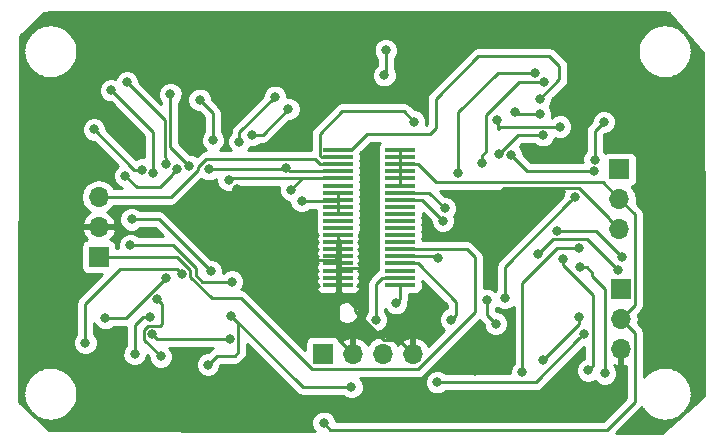
<source format=gbl>
G04 #@! TF.GenerationSoftware,KiCad,Pcbnew,no-vcs-found-ecdfa40~58~ubuntu16.04.1*
G04 #@! TF.CreationDate,2017-03-20T23:24:32+01:00*
G04 #@! TF.ProjectId,GhostSensorboard,47686F737453656E736F72626F617264,rev?*
G04 #@! TF.FileFunction,Copper,L2,Bot,Signal*
G04 #@! TF.FilePolarity,Positive*
%FSLAX46Y46*%
G04 Gerber Fmt 4.6, Leading zero omitted, Abs format (unit mm)*
G04 Created by KiCad (PCBNEW no-vcs-found-ecdfa40~58~ubuntu16.04.1) date Mon Mar 20 23:24:32 2017*
%MOMM*%
%LPD*%
G01*
G04 APERTURE LIST*
%ADD10C,0.100000*%
%ADD11R,2.500000X0.350000*%
%ADD12O,1.700000X1.700000*%
%ADD13R,1.700000X1.700000*%
%ADD14C,0.800000*%
%ADD15C,0.250000*%
%ADD16C,0.254000*%
G04 APERTURE END LIST*
D10*
D11*
X97302380Y-89134580D03*
X97302380Y-89734580D03*
X97302380Y-90334580D03*
X97302380Y-90934580D03*
X97302380Y-91534580D03*
X97302380Y-92134580D03*
X97302380Y-92734580D03*
X97302380Y-93334580D03*
X97302380Y-93934580D03*
X97302380Y-94534580D03*
X97302380Y-95134580D03*
X97302380Y-95734580D03*
X97302380Y-96334580D03*
X97302380Y-96934580D03*
X97302380Y-97534580D03*
X97302380Y-98134580D03*
X97302380Y-98734580D03*
X97302380Y-99334580D03*
X97302380Y-99934580D03*
X97302380Y-100534580D03*
X102552380Y-100534580D03*
X102552380Y-99934580D03*
X102552380Y-99334580D03*
X102552380Y-98734580D03*
X102552380Y-98134580D03*
X102552380Y-97534580D03*
X102552380Y-96934580D03*
X102552380Y-96334580D03*
X102552380Y-95734580D03*
X102552380Y-95134580D03*
X102552380Y-94534580D03*
X102552380Y-93934580D03*
X102552380Y-93334580D03*
X102552380Y-92734580D03*
X102552380Y-92134580D03*
X102552380Y-91534580D03*
X102552380Y-90934580D03*
X102552380Y-90334580D03*
X102552380Y-89734580D03*
X102552380Y-89134580D03*
D12*
X77033120Y-93091000D03*
X77033120Y-95631000D03*
D13*
X77033120Y-98171000D03*
X121224040Y-100893880D03*
D12*
X121224040Y-103433880D03*
X121224040Y-105973880D03*
X121122440Y-95844360D03*
X121122440Y-93304360D03*
D13*
X121122440Y-90764360D03*
D12*
X103621840Y-106365040D03*
X101081840Y-106365040D03*
X98541840Y-106365040D03*
D13*
X96001840Y-106365040D03*
D14*
X112260000Y-94260000D03*
X85400000Y-94670000D03*
X88750000Y-92460000D03*
X99880000Y-99140000D03*
X108930000Y-107830000D03*
X126560000Y-86670000D03*
X118910000Y-79830000D03*
X110630000Y-79650000D03*
X95580000Y-84850000D03*
X89340000Y-84000000D03*
X75650000Y-85050000D03*
X74680000Y-92170000D03*
X75260000Y-100620000D03*
X87400000Y-111620000D03*
X108330000Y-95330000D03*
X93390000Y-103230000D03*
X93030000Y-98420000D03*
X84683454Y-90463473D03*
X83090000Y-84410000D03*
X98420000Y-109200000D03*
X88270000Y-103160000D03*
X86290000Y-107300000D03*
X94210000Y-93430000D03*
X96070000Y-112220000D03*
X79270000Y-91310000D03*
X83670000Y-90740000D03*
X114240000Y-97970000D03*
X120990000Y-99290000D03*
X118129979Y-104682037D03*
X105700000Y-108790000D03*
X115819246Y-95966478D03*
X121372660Y-98187340D03*
X118454990Y-107787660D03*
X116365821Y-98319597D03*
X119880000Y-108040000D03*
X117790000Y-99070000D03*
X117676781Y-97423477D03*
X112910000Y-107950000D03*
X117680006Y-103239309D03*
X114670000Y-106870000D03*
X117357310Y-93076346D03*
X111420000Y-101660000D03*
X114760000Y-83360000D03*
X109470000Y-90190000D03*
X114644314Y-87875376D03*
X110899998Y-89500000D03*
X118996720Y-90934004D03*
X111918531Y-89519687D03*
X110740000Y-86620000D03*
X116094326Y-87150366D03*
X112270000Y-85950000D03*
X114390023Y-86086252D03*
X107489987Y-91110000D03*
X113960000Y-82590000D03*
X81352352Y-103279988D03*
X80080000Y-106390000D03*
X81583305Y-104730000D03*
X88110000Y-105120000D03*
X80699157Y-90789359D03*
X76630000Y-87388430D03*
X81665427Y-91046939D03*
X78090000Y-84070000D03*
X81992367Y-101735010D03*
X82290000Y-106610000D03*
X82747949Y-90352899D03*
X79420000Y-83410000D03*
X82751349Y-99945011D03*
X77600000Y-103370000D03*
X88950000Y-88410000D03*
X91950000Y-84620000D03*
X75900000Y-105440000D03*
X84070000Y-99620000D03*
X86507640Y-99391315D03*
X79810000Y-95000000D03*
X88310000Y-100270000D03*
X79720000Y-97190000D03*
X86700000Y-88292851D03*
X85570000Y-84880000D03*
X90030000Y-87823588D03*
X93090000Y-85660000D03*
X105730000Y-98259590D03*
X100507660Y-103492340D03*
X106880000Y-103510000D03*
X106170000Y-95120000D03*
X106320000Y-94060000D03*
X93290000Y-92480000D03*
X88037681Y-91659590D03*
X114370000Y-84800000D03*
X119012452Y-89934116D03*
X119800000Y-86750000D03*
X110653699Y-103828709D03*
X103730000Y-86720000D03*
X109940000Y-101840000D03*
X92907313Y-90635010D03*
X86336427Y-90754169D03*
X102200000Y-102099989D03*
X101220000Y-82800000D03*
X101340000Y-80690000D03*
D15*
X120272441Y-94994361D02*
X121122440Y-95844360D01*
X120272441Y-94918473D02*
X120272441Y-94994361D01*
X108330000Y-95330000D02*
X111308656Y-92351344D01*
X117705312Y-92351344D02*
X120272441Y-94918473D01*
X111308656Y-92351344D02*
X117705312Y-92351344D01*
X88750000Y-92460000D02*
X89149999Y-92859999D01*
X89149999Y-92859999D02*
X89149999Y-92900001D01*
X99880000Y-99140000D02*
X97496960Y-99140000D01*
X97496960Y-99140000D02*
X97302380Y-99334580D01*
X102446839Y-105190039D02*
X101180039Y-105190039D01*
X101180039Y-105190039D02*
X98727381Y-102737381D01*
X98727381Y-102737381D02*
X98727381Y-102384581D01*
X103621840Y-106365040D02*
X102446839Y-105190039D01*
X98727381Y-102384581D02*
X97302380Y-100959580D01*
X97302380Y-100959580D02*
X97302380Y-100534580D01*
X98541840Y-106365040D02*
X97302380Y-105125580D01*
X97302380Y-105125580D02*
X97302380Y-100534580D01*
X93390000Y-103230000D02*
X93390000Y-98780000D01*
X93390000Y-98780000D02*
X93030000Y-98420000D01*
X97302380Y-100534580D02*
X97302380Y-99934580D01*
X97302380Y-99934580D02*
X97302380Y-99334580D01*
X97302380Y-99334580D02*
X97302380Y-98734580D01*
X97302380Y-96334580D02*
X97302380Y-96934580D01*
X97302380Y-96934580D02*
X97302380Y-97534580D01*
X97302380Y-98134580D02*
X97302380Y-97534580D01*
X97302380Y-98734580D02*
X97302380Y-98134580D01*
X93030000Y-98420000D02*
X97016960Y-98420000D01*
X97016960Y-98420000D02*
X97302380Y-98134580D01*
X83090000Y-88870019D02*
X84683454Y-90463473D01*
X83090000Y-84410000D02*
X83090000Y-88870019D01*
X98420000Y-109200000D02*
X94310000Y-109200000D01*
X94310000Y-109200000D02*
X88270000Y-103160000D01*
X88860000Y-106220000D02*
X88860000Y-103750000D01*
X88860000Y-103750000D02*
X88270000Y-103160000D01*
X88530000Y-106550000D02*
X88860000Y-106220000D01*
X87040000Y-106550000D02*
X88530000Y-106550000D01*
X86290000Y-107300000D02*
X87040000Y-106550000D01*
X97302380Y-94534580D02*
X97302380Y-93934580D01*
X97302380Y-93934580D02*
X97302380Y-93334580D01*
X97302380Y-92734580D02*
X97302380Y-93334580D01*
X94210000Y-93430000D02*
X97206960Y-93430000D01*
X97206960Y-93430000D02*
X97302380Y-93334580D01*
X96655013Y-112805013D02*
X96070000Y-112220000D01*
X122399041Y-104608881D02*
X122399041Y-110430374D01*
X121224040Y-103433880D02*
X122399041Y-104608881D01*
X120024402Y-112805013D02*
X96655013Y-112805013D01*
X122399041Y-110430374D02*
X120024402Y-112805013D01*
X121122440Y-93304360D02*
X119688071Y-91869991D01*
X104052380Y-90334580D02*
X102552380Y-90334580D01*
X105587791Y-91869991D02*
X104052380Y-90334580D01*
X119688071Y-91869991D02*
X105587791Y-91869991D01*
X102552380Y-92134580D02*
X102552380Y-91534580D01*
X102552380Y-91534580D02*
X102552380Y-90934580D01*
X102552380Y-89134580D02*
X102552380Y-89734580D01*
X102552380Y-89734580D02*
X102552380Y-90334580D01*
X102552380Y-90934580D02*
X102552380Y-90334580D01*
X121224040Y-103433880D02*
X122399041Y-102258879D01*
X122399041Y-102258879D02*
X122399041Y-94580961D01*
X122399041Y-94580961D02*
X121122440Y-93304360D01*
X82220000Y-92290000D02*
X80250000Y-92290000D01*
X80250000Y-92290000D02*
X79270000Y-91310000D01*
X83270001Y-91239999D02*
X82220000Y-92290000D01*
X83670000Y-90740000D02*
X83270001Y-91139999D01*
X83270001Y-91139999D02*
X83270001Y-91239999D01*
X115518520Y-96691480D02*
X114240000Y-97970000D01*
X120990000Y-99290000D02*
X118391480Y-96691480D01*
X118391480Y-96691480D02*
X115518520Y-96691480D01*
X117729980Y-105082036D02*
X118129979Y-104682037D01*
X114022016Y-108790000D02*
X117729980Y-105082036D01*
X105700000Y-108790000D02*
X114022016Y-108790000D01*
X119151798Y-95966478D02*
X115819246Y-95966478D01*
X121372660Y-98187340D02*
X119151798Y-95966478D01*
X118854989Y-107387661D02*
X118454990Y-107787660D01*
X116365821Y-98319597D02*
X116365821Y-98885282D01*
X118854989Y-101374450D02*
X118854989Y-107387661D01*
X116365821Y-98885282D02*
X118854989Y-101374450D01*
X118815685Y-99805685D02*
X119880000Y-100870000D01*
X119880000Y-100870000D02*
X119880000Y-108040000D01*
X118815685Y-99530000D02*
X118815685Y-99805685D01*
X117790000Y-99070000D02*
X118355685Y-99070000D01*
X118355685Y-99070000D02*
X118815685Y-99530000D01*
X115846523Y-97423477D02*
X117676781Y-97423477D01*
X112910000Y-100360000D02*
X115846523Y-97423477D01*
X112910000Y-107950000D02*
X112910000Y-100360000D01*
X117680006Y-103859994D02*
X117680006Y-103804994D01*
X114670000Y-106870000D02*
X117680006Y-103859994D01*
X117680006Y-103804994D02*
X117680006Y-103239309D01*
X116957311Y-93476345D02*
X117357310Y-93076346D01*
X111420000Y-99013656D02*
X116957311Y-93476345D01*
X111420000Y-101660000D02*
X111420000Y-99013656D01*
X112650000Y-83360000D02*
X114760000Y-83360000D01*
X109850000Y-86160000D02*
X112650000Y-83360000D01*
X109850000Y-89244315D02*
X109850000Y-86160000D01*
X109470000Y-90190000D02*
X109470000Y-89624315D01*
X109470000Y-89624315D02*
X109850000Y-89244315D01*
X110899998Y-89500000D02*
X112524622Y-87875376D01*
X112524622Y-87875376D02*
X114644314Y-87875376D01*
X113332848Y-90934004D02*
X118996720Y-90934004D01*
X111918531Y-89519687D02*
X113332848Y-90934004D01*
X110810000Y-87337514D02*
X110810000Y-86690000D01*
X110810000Y-86690000D02*
X110740000Y-86620000D01*
X116094326Y-87150366D02*
X110997148Y-87150366D01*
X110997148Y-87150366D02*
X110810000Y-87337514D01*
X112406252Y-86086252D02*
X112270000Y-85950000D01*
X114390023Y-86086252D02*
X112406252Y-86086252D01*
X107489987Y-85910013D02*
X107489987Y-91110000D01*
X110810000Y-82590000D02*
X107489987Y-85910013D01*
X113960000Y-82590000D02*
X110810000Y-82590000D01*
X80080000Y-106390000D02*
X80080000Y-103986655D01*
X80786667Y-103279988D02*
X81352352Y-103279988D01*
X80080000Y-103986655D02*
X80786667Y-103279988D01*
X88110000Y-105120000D02*
X81973305Y-105120000D01*
X81973305Y-105120000D02*
X81583305Y-104730000D01*
X80030929Y-90789359D02*
X80699157Y-90789359D01*
X76630000Y-87388430D02*
X80030929Y-90789359D01*
X81665427Y-87645427D02*
X81665427Y-91046939D01*
X78090000Y-84070000D02*
X81665427Y-87645427D01*
X81235303Y-104004998D02*
X82244958Y-104004998D01*
X82392366Y-102135009D02*
X81992367Y-101735010D01*
X82392366Y-103857590D02*
X82392366Y-102135009D01*
X80858303Y-105178303D02*
X80858303Y-104381998D01*
X80858303Y-104381998D02*
X81235303Y-104004998D01*
X82244958Y-104004998D02*
X82392366Y-103857590D01*
X82290000Y-106610000D02*
X80858303Y-105178303D01*
X82747949Y-89787214D02*
X82747949Y-90352899D01*
X79420000Y-83410000D02*
X82639989Y-86629989D01*
X82639989Y-86629989D02*
X82639989Y-89679254D01*
X82639989Y-89679254D02*
X82747949Y-89787214D01*
X79326360Y-103370000D02*
X82751349Y-99945011D01*
X77600000Y-103370000D02*
X79326360Y-103370000D01*
X91950000Y-84620000D02*
X88950000Y-87620000D01*
X88950000Y-87620000D02*
X88950000Y-88410000D01*
X78809999Y-99220001D02*
X75900000Y-102130000D01*
X75900000Y-102130000D02*
X75900000Y-105440000D01*
X84070000Y-99620000D02*
X83670001Y-99220001D01*
X83670001Y-99220001D02*
X78809999Y-99220001D01*
X82116325Y-95000000D02*
X86507640Y-99391315D01*
X79810000Y-95000000D02*
X82116325Y-95000000D01*
X85813362Y-100270000D02*
X88310000Y-100270000D01*
X83349413Y-97190000D02*
X85245012Y-99085599D01*
X79720000Y-97190000D02*
X83349413Y-97190000D01*
X85245012Y-99701648D02*
X85813362Y-100270000D01*
X85245012Y-99085599D02*
X85245012Y-99701648D01*
X86700000Y-86010000D02*
X86700000Y-88292851D01*
X85570000Y-84880000D02*
X86700000Y-86010000D01*
X90926412Y-87823588D02*
X90030000Y-87823588D01*
X93090000Y-85660000D02*
X90926412Y-87823588D01*
X108194580Y-97534580D02*
X102552380Y-97534580D01*
X84795001Y-99271999D02*
X84795001Y-99888050D01*
X108890000Y-98230000D02*
X108194580Y-97534580D01*
X83694002Y-98171000D02*
X84795001Y-99271999D01*
X108890000Y-102835882D02*
X108890000Y-98230000D01*
X89060000Y-101680000D02*
X95080000Y-107700000D01*
X104025882Y-107700000D02*
X108890000Y-102835882D01*
X95080000Y-107700000D02*
X104025882Y-107700000D01*
X84795001Y-99888050D02*
X86586951Y-101680000D01*
X86586951Y-101680000D02*
X89060000Y-101680000D01*
X77033120Y-98171000D02*
X83694002Y-98171000D01*
X105604990Y-98134580D02*
X105730000Y-98259590D01*
X102552380Y-98134580D02*
X105604990Y-98134580D01*
X101052380Y-99934580D02*
X100507660Y-100479300D01*
X100507660Y-100479300D02*
X100507660Y-103492340D01*
X102552380Y-99934580D02*
X101052380Y-99934580D01*
X106880000Y-103510000D02*
X107279999Y-103110001D01*
X107279999Y-103110001D02*
X107279999Y-101962199D01*
X107279999Y-101962199D02*
X104052380Y-98734580D01*
X104052380Y-98734580D02*
X102552380Y-98734580D01*
X106170000Y-95120000D02*
X104384580Y-93334580D01*
X104384580Y-93334580D02*
X102552380Y-93334580D01*
X102552380Y-92734580D02*
X104994580Y-92734580D01*
X104994580Y-92734580D02*
X106320000Y-94060000D01*
X93290000Y-92480000D02*
X94235420Y-91534580D01*
X94235420Y-91534580D02*
X97302380Y-91534580D01*
X97302380Y-91534580D02*
X88162691Y-91534580D01*
X88162691Y-91534580D02*
X88037681Y-91659590D01*
X116030000Y-82050000D02*
X116030000Y-83140000D01*
X116030000Y-83140000D02*
X114370000Y-84800000D01*
X115170000Y-81190000D02*
X116030000Y-82050000D01*
X109180000Y-81190000D02*
X115170000Y-81190000D01*
X105550000Y-84820000D02*
X109180000Y-81190000D01*
X105550000Y-87280000D02*
X105550000Y-84820000D01*
X105090000Y-87740000D02*
X105550000Y-87280000D01*
X99771960Y-87740000D02*
X105090000Y-87740000D01*
X97302380Y-89134580D02*
X98377380Y-89134580D01*
X98377380Y-89134580D02*
X99771960Y-87740000D01*
X85408455Y-90809066D02*
X85408455Y-90604803D01*
X95802380Y-90334580D02*
X97302380Y-90334580D01*
X77033120Y-93091000D02*
X83126521Y-93091000D01*
X85408455Y-90604803D02*
X86103258Y-89910000D01*
X86103258Y-89910000D02*
X95377800Y-89910000D01*
X95377800Y-89910000D02*
X95802380Y-90334580D01*
X83126521Y-93091000D02*
X85408455Y-90809066D01*
X119012452Y-87537548D02*
X119012452Y-89934116D01*
X119800000Y-86750000D02*
X119012452Y-87537548D01*
X109940000Y-103115010D02*
X110653699Y-103828709D01*
X109940000Y-101840000D02*
X109940000Y-103115010D01*
X103730000Y-86720000D02*
X102869579Y-85859579D01*
X102869579Y-85859579D02*
X97632379Y-85859579D01*
X97632379Y-85859579D02*
X95727379Y-87764579D01*
X95727379Y-87764579D02*
X95727379Y-89569581D01*
X95727379Y-89569581D02*
X95892378Y-89734580D01*
X95892378Y-89734580D02*
X97302380Y-89734580D01*
X86336427Y-90754169D02*
X92788154Y-90754169D01*
X92788154Y-90754169D02*
X92907313Y-90635010D01*
X93206883Y-90934580D02*
X92907313Y-90635010D01*
X97302380Y-90934580D02*
X93206883Y-90934580D01*
X102552380Y-100534580D02*
X102552380Y-101747609D01*
X102552380Y-101747609D02*
X102200000Y-102099989D01*
X101340000Y-80690000D02*
X101340000Y-82680000D01*
X101340000Y-82680000D02*
X101220000Y-82800000D01*
D16*
G36*
X125285318Y-77487853D02*
X128163220Y-80956095D01*
X128258120Y-100627463D01*
X128258120Y-109732140D01*
X128238545Y-109930780D01*
X124713969Y-113080810D01*
X124322265Y-113080810D01*
X120840818Y-113063399D01*
X122936442Y-110967775D01*
X122973612Y-110912146D01*
X123008553Y-110977541D01*
X123051388Y-111029752D01*
X123083227Y-111089313D01*
X123282227Y-111331773D01*
X123334400Y-111374586D01*
X123377219Y-111426750D01*
X123619719Y-111625720D01*
X123679178Y-111657493D01*
X123731289Y-111700263D01*
X124007889Y-111848123D01*
X124072477Y-111867718D01*
X124132004Y-111899533D01*
X124432204Y-111990583D01*
X124499320Y-111997190D01*
X124563855Y-112016769D01*
X124875955Y-112047519D01*
X124943120Y-112040906D01*
X125010285Y-112047519D01*
X125322385Y-112016769D01*
X125386920Y-111997190D01*
X125454036Y-111990583D01*
X125754236Y-111899533D01*
X125813763Y-111867718D01*
X125878351Y-111848123D01*
X126154951Y-111700263D01*
X126207062Y-111657493D01*
X126266521Y-111625720D01*
X126509021Y-111426750D01*
X126551893Y-111374522D01*
X126604120Y-111331643D01*
X126803020Y-111089183D01*
X126834760Y-111029773D01*
X126877497Y-110977711D01*
X127025397Y-110701090D01*
X127045017Y-110636441D01*
X127076854Y-110576856D01*
X127167854Y-110276706D01*
X127174446Y-110209676D01*
X127194010Y-110145223D01*
X127224810Y-109833073D01*
X127218197Y-109765805D01*
X127224809Y-109698543D01*
X127194009Y-109386413D01*
X127174447Y-109321967D01*
X127167856Y-109254940D01*
X127076856Y-108954780D01*
X127045015Y-108895187D01*
X127025392Y-108830530D01*
X126877492Y-108553920D01*
X126834758Y-108501863D01*
X126803020Y-108442457D01*
X126604120Y-108199997D01*
X126551901Y-108157124D01*
X126509035Y-108104901D01*
X126266534Y-107905921D01*
X126207069Y-107874143D01*
X126154951Y-107831367D01*
X125878351Y-107683507D01*
X125813753Y-107663909D01*
X125754216Y-107632091D01*
X125454016Y-107541051D01*
X125386910Y-107534447D01*
X125322385Y-107514871D01*
X125010285Y-107484121D01*
X124943120Y-107490734D01*
X124875955Y-107484121D01*
X124563855Y-107514871D01*
X124499330Y-107534447D01*
X124432224Y-107541051D01*
X124132024Y-107632091D01*
X124072487Y-107663909D01*
X124007889Y-107683507D01*
X123731289Y-107831367D01*
X123679171Y-107874143D01*
X123619706Y-107905921D01*
X123377206Y-108104901D01*
X123334394Y-108157059D01*
X123282227Y-108199867D01*
X123159041Y-108349956D01*
X123159041Y-104608881D01*
X123118451Y-104404821D01*
X123101189Y-104318041D01*
X122936442Y-104071480D01*
X122665250Y-103800288D01*
X122738133Y-103433880D01*
X122665250Y-103067472D01*
X122936442Y-102796280D01*
X123101189Y-102549719D01*
X123159041Y-102258879D01*
X123159041Y-94580961D01*
X123101189Y-94290122D01*
X123101189Y-94290121D01*
X122936442Y-94043560D01*
X122563650Y-93670768D01*
X122636533Y-93304360D01*
X122523494Y-92736075D01*
X122201587Y-92254306D01*
X122157663Y-92224957D01*
X122220205Y-92212517D01*
X122430249Y-92072169D01*
X122570597Y-91862125D01*
X122619880Y-91614360D01*
X122619880Y-89914360D01*
X122570597Y-89666595D01*
X122430249Y-89456551D01*
X122220205Y-89316203D01*
X121972440Y-89266920D01*
X120272440Y-89266920D01*
X120024675Y-89316203D01*
X119908956Y-89393525D01*
X119890394Y-89348601D01*
X119772452Y-89230453D01*
X119772452Y-87852350D01*
X119839767Y-87785035D01*
X120004971Y-87785179D01*
X120385515Y-87627942D01*
X120676919Y-87337046D01*
X120834820Y-86956777D01*
X120835179Y-86545029D01*
X120677942Y-86164485D01*
X120387046Y-85873081D01*
X120006777Y-85715180D01*
X119595029Y-85714821D01*
X119214485Y-85872058D01*
X118923081Y-86162954D01*
X118765180Y-86543223D01*
X118765034Y-86710164D01*
X118475051Y-87000147D01*
X118310304Y-87246709D01*
X118252452Y-87537548D01*
X118252452Y-89230355D01*
X118135533Y-89347070D01*
X117977632Y-89727339D01*
X117977273Y-90139087D01*
X117991700Y-90174004D01*
X113647650Y-90174004D01*
X112953566Y-89479920D01*
X112953710Y-89314716D01*
X112796473Y-88934172D01*
X112668662Y-88806138D01*
X112839424Y-88635376D01*
X113940553Y-88635376D01*
X114057268Y-88752295D01*
X114437537Y-88910196D01*
X114849285Y-88910555D01*
X115229829Y-88753318D01*
X115521233Y-88462422D01*
X115673293Y-88096219D01*
X115887549Y-88185186D01*
X116299297Y-88185545D01*
X116679841Y-88028308D01*
X116971245Y-87737412D01*
X117129146Y-87357143D01*
X117129505Y-86945395D01*
X116972268Y-86564851D01*
X116681372Y-86273447D01*
X116301103Y-86115546D01*
X115889355Y-86115187D01*
X115508811Y-86272424D01*
X115390663Y-86390366D01*
X115384425Y-86390366D01*
X115424843Y-86293029D01*
X115425202Y-85881281D01*
X115267965Y-85500737D01*
X115200615Y-85433269D01*
X115246919Y-85387046D01*
X115404820Y-85006777D01*
X115404966Y-84839836D01*
X116567401Y-83677401D01*
X116732148Y-83430839D01*
X116790000Y-83140000D01*
X116790000Y-82050000D01*
X116732148Y-81759161D01*
X116567401Y-81512599D01*
X115753555Y-80698753D01*
X122661410Y-80698753D01*
X122668023Y-80765810D01*
X122661410Y-80832867D01*
X122692110Y-81144967D01*
X122711709Y-81209606D01*
X122718337Y-81276826D01*
X122809437Y-81577025D01*
X122841209Y-81636450D01*
X122860762Y-81700939D01*
X123008562Y-81977539D01*
X123051376Y-82029722D01*
X123083192Y-82089250D01*
X123282192Y-82331750D01*
X123334362Y-82374568D01*
X123377180Y-82426738D01*
X123619679Y-82625738D01*
X123679209Y-82657555D01*
X123731391Y-82700368D01*
X124007991Y-82848168D01*
X124072478Y-82867721D01*
X124131904Y-82899493D01*
X124432104Y-82990593D01*
X124499324Y-82997221D01*
X124563963Y-83016820D01*
X124876063Y-83047520D01*
X124943120Y-83040907D01*
X125010177Y-83047520D01*
X125322277Y-83016820D01*
X125386916Y-82997221D01*
X125454136Y-82990593D01*
X125754335Y-82899493D01*
X125813760Y-82867721D01*
X125878249Y-82848168D01*
X126154849Y-82700368D01*
X126207032Y-82657554D01*
X126266560Y-82625738D01*
X126509060Y-82426738D01*
X126551930Y-82374504D01*
X126604155Y-82331620D01*
X126803055Y-82089120D01*
X126834773Y-82029740D01*
X126877487Y-81977709D01*
X127025387Y-81701109D01*
X127045016Y-81636435D01*
X127076863Y-81576826D01*
X127167863Y-81276626D01*
X127174450Y-81209616D01*
X127194009Y-81145183D01*
X127224809Y-80833083D01*
X127218196Y-80765810D01*
X127224809Y-80698537D01*
X127194009Y-80386437D01*
X127174450Y-80322004D01*
X127167863Y-80254994D01*
X127076863Y-79954794D01*
X127045016Y-79895185D01*
X127025387Y-79830511D01*
X126877487Y-79553911D01*
X126834773Y-79501880D01*
X126803055Y-79442500D01*
X126604155Y-79200000D01*
X126551867Y-79157064D01*
X126508930Y-79104775D01*
X126266430Y-78905875D01*
X126207050Y-78874157D01*
X126155019Y-78831443D01*
X125878419Y-78683543D01*
X125813744Y-78663913D01*
X125754135Y-78632067D01*
X125453936Y-78541067D01*
X125386926Y-78534480D01*
X125322493Y-78514921D01*
X125010393Y-78484121D01*
X124943120Y-78490734D01*
X124875847Y-78484121D01*
X124563747Y-78514921D01*
X124499314Y-78534480D01*
X124432304Y-78541067D01*
X124132104Y-78632067D01*
X124072495Y-78663914D01*
X124007821Y-78683543D01*
X123731221Y-78831443D01*
X123679190Y-78874157D01*
X123619810Y-78905875D01*
X123377310Y-79104775D01*
X123334426Y-79157000D01*
X123282192Y-79199870D01*
X123083192Y-79442370D01*
X123051376Y-79501898D01*
X123008562Y-79554081D01*
X122860762Y-79830681D01*
X122841209Y-79895170D01*
X122809437Y-79954595D01*
X122718337Y-80254794D01*
X122711709Y-80322014D01*
X122692110Y-80386653D01*
X122661410Y-80698753D01*
X115753555Y-80698753D01*
X115707401Y-80652599D01*
X115460839Y-80487852D01*
X115170000Y-80430000D01*
X109180000Y-80430000D01*
X108889160Y-80487852D01*
X108642599Y-80652599D01*
X105012599Y-84282599D01*
X104847852Y-84529161D01*
X104790000Y-84820000D01*
X104790000Y-86965198D01*
X104775198Y-86980000D01*
X104742720Y-86980000D01*
X104764820Y-86926777D01*
X104765179Y-86515029D01*
X104607942Y-86134485D01*
X104317046Y-85843081D01*
X103936777Y-85685180D01*
X103769836Y-85685034D01*
X103406980Y-85322178D01*
X103160418Y-85157431D01*
X102869579Y-85099579D01*
X97632379Y-85099579D01*
X97341540Y-85157431D01*
X97094978Y-85322178D01*
X95189978Y-87227178D01*
X95025231Y-87473740D01*
X94967379Y-87764579D01*
X94967379Y-89150000D01*
X89673698Y-89150000D01*
X89826919Y-88997046D01*
X89884464Y-88858461D01*
X90234971Y-88858767D01*
X90615515Y-88701530D01*
X90733663Y-88583588D01*
X90926412Y-88583588D01*
X91217251Y-88525736D01*
X91463813Y-88360989D01*
X93129768Y-86695035D01*
X93294971Y-86695179D01*
X93675515Y-86537942D01*
X93966919Y-86247046D01*
X94124820Y-85866777D01*
X94125179Y-85455029D01*
X93967942Y-85074485D01*
X93677046Y-84783081D01*
X93296777Y-84625180D01*
X92984996Y-84624908D01*
X92985179Y-84415029D01*
X92827942Y-84034485D01*
X92537046Y-83743081D01*
X92156777Y-83585180D01*
X91745029Y-83584821D01*
X91364485Y-83742058D01*
X91073081Y-84032954D01*
X90915180Y-84413223D01*
X90915034Y-84580164D01*
X88412599Y-87082599D01*
X88247852Y-87329161D01*
X88190000Y-87620000D01*
X88190000Y-87706239D01*
X88073081Y-87822954D01*
X87915180Y-88203223D01*
X87914821Y-88614971D01*
X88072058Y-88995515D01*
X88226274Y-89150000D01*
X87306344Y-89150000D01*
X87576919Y-88879897D01*
X87734820Y-88499628D01*
X87735179Y-88087880D01*
X87577942Y-87707336D01*
X87460000Y-87589188D01*
X87460000Y-86010000D01*
X87443657Y-85927841D01*
X87402148Y-85719160D01*
X87237401Y-85472599D01*
X86605035Y-84840233D01*
X86605179Y-84675029D01*
X86447942Y-84294485D01*
X86157046Y-84003081D01*
X85776777Y-83845180D01*
X85365029Y-83844821D01*
X84984485Y-84002058D01*
X84693081Y-84292954D01*
X84535180Y-84673223D01*
X84534821Y-85084971D01*
X84692058Y-85465515D01*
X84982954Y-85756919D01*
X85363223Y-85914820D01*
X85530164Y-85914966D01*
X85940000Y-86324802D01*
X85940000Y-87589090D01*
X85823081Y-87705805D01*
X85665180Y-88086074D01*
X85664821Y-88497822D01*
X85822058Y-88878366D01*
X86094882Y-89151666D01*
X85812419Y-89207852D01*
X85565857Y-89372599D01*
X85311165Y-89627291D01*
X85270500Y-89586554D01*
X84890231Y-89428653D01*
X84723290Y-89428507D01*
X83850000Y-88555217D01*
X83850000Y-85113761D01*
X83966919Y-84997046D01*
X84124820Y-84616777D01*
X84125179Y-84205029D01*
X83967942Y-83824485D01*
X83677046Y-83533081D01*
X83296777Y-83375180D01*
X82885029Y-83374821D01*
X82504485Y-83532058D01*
X82213081Y-83822954D01*
X82055180Y-84203223D01*
X82054821Y-84614971D01*
X82212058Y-84995515D01*
X82330000Y-85113663D01*
X82330000Y-85245198D01*
X80455035Y-83370233D01*
X80455179Y-83205029D01*
X80372518Y-83004971D01*
X100184821Y-83004971D01*
X100342058Y-83385515D01*
X100632954Y-83676919D01*
X101013223Y-83834820D01*
X101424971Y-83835179D01*
X101805515Y-83677942D01*
X102096919Y-83387046D01*
X102254820Y-83006777D01*
X102255179Y-82595029D01*
X102100000Y-82219466D01*
X102100000Y-81393761D01*
X102216919Y-81277046D01*
X102374820Y-80896777D01*
X102375179Y-80485029D01*
X102217942Y-80104485D01*
X101927046Y-79813081D01*
X101546777Y-79655180D01*
X101135029Y-79654821D01*
X100754485Y-79812058D01*
X100463081Y-80102954D01*
X100305180Y-80483223D01*
X100304821Y-80894971D01*
X100462058Y-81275515D01*
X100580000Y-81393663D01*
X100580000Y-81976448D01*
X100343081Y-82212954D01*
X100185180Y-82593223D01*
X100184821Y-83004971D01*
X80372518Y-83004971D01*
X80297942Y-82824485D01*
X80007046Y-82533081D01*
X79626777Y-82375180D01*
X79215029Y-82374821D01*
X78834485Y-82532058D01*
X78543081Y-82822954D01*
X78431695Y-83091203D01*
X78296777Y-83035180D01*
X77885029Y-83034821D01*
X77504485Y-83192058D01*
X77213081Y-83482954D01*
X77055180Y-83863223D01*
X77054821Y-84274971D01*
X77212058Y-84655515D01*
X77502954Y-84946919D01*
X77883223Y-85104820D01*
X78050164Y-85104966D01*
X80905427Y-87960229D01*
X80905427Y-89754539D01*
X80494186Y-89754180D01*
X80194415Y-89878043D01*
X77665035Y-87348663D01*
X77665179Y-87183459D01*
X77507942Y-86802915D01*
X77217046Y-86511511D01*
X76836777Y-86353610D01*
X76425029Y-86353251D01*
X76044485Y-86510488D01*
X75753081Y-86801384D01*
X75595180Y-87181653D01*
X75594821Y-87593401D01*
X75752058Y-87973945D01*
X76042954Y-88265349D01*
X76423223Y-88423250D01*
X76590164Y-88423396D01*
X78641618Y-90474850D01*
X78393081Y-90722954D01*
X78235180Y-91103223D01*
X78234821Y-91514971D01*
X78392058Y-91895515D01*
X78682954Y-92186919D01*
X79029941Y-92331000D01*
X78306074Y-92331000D01*
X78112267Y-92040946D01*
X77630498Y-91719039D01*
X77062213Y-91606000D01*
X77004027Y-91606000D01*
X76435742Y-91719039D01*
X75953973Y-92040946D01*
X75632066Y-92522715D01*
X75519027Y-93091000D01*
X75632066Y-93659285D01*
X75953973Y-94141054D01*
X76294673Y-94368702D01*
X76151762Y-94435817D01*
X75761475Y-94864076D01*
X75591644Y-95274110D01*
X75712965Y-95504000D01*
X76906120Y-95504000D01*
X76906120Y-95484000D01*
X77160120Y-95484000D01*
X77160120Y-95504000D01*
X78353275Y-95504000D01*
X78474596Y-95274110D01*
X78304765Y-94864076D01*
X77914478Y-94435817D01*
X77771567Y-94368702D01*
X78112267Y-94141054D01*
X78306074Y-93851000D01*
X83126521Y-93851000D01*
X83417360Y-93793148D01*
X83663922Y-93628401D01*
X85705346Y-91586977D01*
X85749381Y-91631088D01*
X86129650Y-91788989D01*
X86541398Y-91789348D01*
X86921942Y-91632111D01*
X87002775Y-91551419D01*
X87002502Y-91864561D01*
X87159739Y-92245105D01*
X87450635Y-92536509D01*
X87830904Y-92694410D01*
X88242652Y-92694769D01*
X88623196Y-92537532D01*
X88866572Y-92294580D01*
X92255161Y-92294580D01*
X92254821Y-92684971D01*
X92412058Y-93065515D01*
X92702954Y-93356919D01*
X93083223Y-93514820D01*
X93174926Y-93514900D01*
X93174821Y-93634971D01*
X93332058Y-94015515D01*
X93622954Y-94306919D01*
X94003223Y-94464820D01*
X94414971Y-94465179D01*
X94795515Y-94307942D01*
X94913663Y-94190000D01*
X95420936Y-94190000D01*
X95429804Y-94234580D01*
X95404940Y-94359580D01*
X95404940Y-94709580D01*
X95429804Y-94834580D01*
X95404940Y-94959580D01*
X95404940Y-95309580D01*
X95429804Y-95434580D01*
X95404940Y-95559580D01*
X95404940Y-95909580D01*
X95425597Y-96013433D01*
X95417380Y-96033271D01*
X95417380Y-96088330D01*
X95446235Y-96117185D01*
X95454223Y-96157345D01*
X95575335Y-96338600D01*
X95514053Y-96399882D01*
X95454461Y-96543749D01*
X95417380Y-96580830D01*
X95417380Y-96688330D01*
X95454461Y-96725411D01*
X95514053Y-96869278D01*
X95579355Y-96934580D01*
X95514053Y-96999882D01*
X95454461Y-97143749D01*
X95417380Y-97180830D01*
X95417380Y-97288330D01*
X95454461Y-97325411D01*
X95514053Y-97469278D01*
X95579355Y-97534580D01*
X95514053Y-97599882D01*
X95454461Y-97743749D01*
X95417380Y-97780830D01*
X95417380Y-97888330D01*
X95454461Y-97925411D01*
X95514053Y-98069278D01*
X95579355Y-98134580D01*
X95514053Y-98199882D01*
X95454461Y-98343749D01*
X95417380Y-98380830D01*
X95417380Y-98488330D01*
X95454461Y-98525411D01*
X95514053Y-98669278D01*
X95579355Y-98734580D01*
X95514053Y-98799882D01*
X95454461Y-98943749D01*
X95417380Y-98980830D01*
X95417380Y-99088330D01*
X95454461Y-99125411D01*
X95514053Y-99269278D01*
X95579355Y-99334580D01*
X95514053Y-99399882D01*
X95454461Y-99543749D01*
X95417380Y-99580830D01*
X95417380Y-99688330D01*
X95454461Y-99725411D01*
X95514053Y-99869278D01*
X95579355Y-99934580D01*
X95514053Y-99999882D01*
X95454461Y-100143749D01*
X95417380Y-100180830D01*
X95417380Y-100288330D01*
X95454461Y-100325411D01*
X95514053Y-100469278D01*
X95666854Y-100622080D01*
X95576130Y-100622080D01*
X95417380Y-100780830D01*
X95417380Y-100835889D01*
X95514053Y-101069278D01*
X95692681Y-101247907D01*
X95926070Y-101344580D01*
X97016630Y-101344580D01*
X97175380Y-101185830D01*
X97175380Y-100622080D01*
X97139130Y-100622080D01*
X97175380Y-100585830D01*
X97175380Y-96787580D01*
X97429380Y-96787580D01*
X97429380Y-100585830D01*
X97465630Y-100622080D01*
X97429380Y-100622080D01*
X97429380Y-101185830D01*
X97588130Y-101344580D01*
X98678690Y-101344580D01*
X98912079Y-101247907D01*
X99090707Y-101069278D01*
X99187380Y-100835889D01*
X99187380Y-100780830D01*
X99028630Y-100622080D01*
X98937906Y-100622080D01*
X99090707Y-100469278D01*
X99150299Y-100325411D01*
X99187380Y-100288330D01*
X99187380Y-100180830D01*
X99150299Y-100143749D01*
X99090707Y-99999882D01*
X99025405Y-99934580D01*
X99090707Y-99869278D01*
X99150299Y-99725411D01*
X99187380Y-99688330D01*
X99187380Y-99580830D01*
X99150299Y-99543749D01*
X99090707Y-99399882D01*
X99025405Y-99334580D01*
X99090707Y-99269278D01*
X99150299Y-99125411D01*
X99187380Y-99088330D01*
X99187380Y-98980830D01*
X99150299Y-98943749D01*
X99090707Y-98799882D01*
X99025405Y-98734580D01*
X99090707Y-98669278D01*
X99150299Y-98525411D01*
X99187380Y-98488330D01*
X99187380Y-98380830D01*
X99150299Y-98343749D01*
X99090707Y-98199882D01*
X99025405Y-98134580D01*
X99090707Y-98069278D01*
X99150299Y-97925411D01*
X99187380Y-97888330D01*
X99187380Y-97780830D01*
X99150299Y-97743749D01*
X99090707Y-97599882D01*
X99025405Y-97534580D01*
X99090707Y-97469278D01*
X99150299Y-97325411D01*
X99187380Y-97288330D01*
X99187380Y-97180830D01*
X99150299Y-97143749D01*
X99090707Y-96999882D01*
X99025405Y-96934580D01*
X99090707Y-96869278D01*
X99150299Y-96725411D01*
X99187380Y-96688330D01*
X99187380Y-96580830D01*
X99150299Y-96543749D01*
X99090707Y-96399882D01*
X99029425Y-96338600D01*
X99150537Y-96157345D01*
X99158525Y-96117185D01*
X99187380Y-96088330D01*
X99187380Y-96033271D01*
X99179163Y-96013433D01*
X99199820Y-95909580D01*
X99199820Y-95559580D01*
X99174956Y-95434580D01*
X99199820Y-95309580D01*
X99199820Y-94959580D01*
X99174956Y-94834580D01*
X99199820Y-94709580D01*
X99199820Y-94359580D01*
X99174956Y-94234580D01*
X99199820Y-94109580D01*
X99199820Y-93759580D01*
X99174956Y-93634580D01*
X99199820Y-93509580D01*
X99199820Y-93159580D01*
X99174956Y-93034580D01*
X99199820Y-92909580D01*
X99199820Y-92559580D01*
X99174956Y-92434580D01*
X99199820Y-92309580D01*
X99199820Y-91959580D01*
X99174956Y-91834580D01*
X99199820Y-91709580D01*
X99199820Y-91359580D01*
X99174956Y-91234580D01*
X99199820Y-91109580D01*
X99199820Y-90759580D01*
X99174956Y-90634580D01*
X99199820Y-90509580D01*
X99199820Y-90159580D01*
X99174956Y-90034580D01*
X99199820Y-89909580D01*
X99199820Y-89559580D01*
X99174956Y-89434580D01*
X99180611Y-89406151D01*
X100086762Y-88500000D01*
X100847221Y-88500000D01*
X100844571Y-88501771D01*
X100704223Y-88711815D01*
X100654940Y-88959580D01*
X100654940Y-89309580D01*
X100679804Y-89434580D01*
X100654940Y-89559580D01*
X100654940Y-89909580D01*
X100679804Y-90034580D01*
X100654940Y-90159580D01*
X100654940Y-90509580D01*
X100679804Y-90634580D01*
X100654940Y-90759580D01*
X100654940Y-91109580D01*
X100679804Y-91234580D01*
X100654940Y-91359580D01*
X100654940Y-91709580D01*
X100679804Y-91834580D01*
X100654940Y-91959580D01*
X100654940Y-92309580D01*
X100679804Y-92434580D01*
X100654940Y-92559580D01*
X100654940Y-92909580D01*
X100679804Y-93034580D01*
X100654940Y-93159580D01*
X100654940Y-93509580D01*
X100679804Y-93634580D01*
X100654940Y-93759580D01*
X100654940Y-94109580D01*
X100679804Y-94234580D01*
X100654940Y-94359580D01*
X100654940Y-94709580D01*
X100679804Y-94834580D01*
X100654940Y-94959580D01*
X100654940Y-95309580D01*
X100679804Y-95434580D01*
X100654940Y-95559580D01*
X100654940Y-95909580D01*
X100679804Y-96034580D01*
X100654940Y-96159580D01*
X100654940Y-96509580D01*
X100679804Y-96634580D01*
X100654940Y-96759580D01*
X100654940Y-97109580D01*
X100679804Y-97234580D01*
X100654940Y-97359580D01*
X100654940Y-97709580D01*
X100679804Y-97834580D01*
X100654940Y-97959580D01*
X100654940Y-98309580D01*
X100679804Y-98434580D01*
X100654940Y-98559580D01*
X100654940Y-98909580D01*
X100679804Y-99034580D01*
X100654940Y-99159580D01*
X100654940Y-99303660D01*
X100514979Y-99397179D01*
X99970259Y-99941899D01*
X99805512Y-100188461D01*
X99747660Y-100479300D01*
X99747660Y-102788579D01*
X99630741Y-102905294D01*
X99472840Y-103285563D01*
X99472481Y-103697311D01*
X99629718Y-104077855D01*
X99920614Y-104369259D01*
X100300883Y-104527160D01*
X100712631Y-104527519D01*
X101093175Y-104370282D01*
X101384579Y-104079386D01*
X101542480Y-103699117D01*
X101542839Y-103287369D01*
X101385602Y-102906825D01*
X101267660Y-102788677D01*
X101267660Y-102553850D01*
X101322058Y-102685504D01*
X101612954Y-102976908D01*
X101993223Y-103134809D01*
X102404971Y-103135168D01*
X102785515Y-102977931D01*
X103076919Y-102687035D01*
X103234820Y-102306766D01*
X103235028Y-102067631D01*
X103254528Y-102038448D01*
X103312380Y-101747609D01*
X103312380Y-101357020D01*
X103802380Y-101357020D01*
X104050145Y-101307737D01*
X104260189Y-101167389D01*
X104400537Y-100957345D01*
X104449820Y-100709580D01*
X104449820Y-100359580D01*
X104424956Y-100234580D01*
X104433687Y-100190689D01*
X106519999Y-102277001D01*
X106519999Y-102538878D01*
X106294485Y-102632058D01*
X106003081Y-102922954D01*
X105845180Y-103303223D01*
X105844821Y-103714971D01*
X106002058Y-104095515D01*
X106278570Y-104372510D01*
X104928987Y-105722093D01*
X104817023Y-105483682D01*
X104388764Y-105093395D01*
X103978730Y-104923564D01*
X103748840Y-105044885D01*
X103748840Y-106238040D01*
X103768840Y-106238040D01*
X103768840Y-106492040D01*
X103748840Y-106492040D01*
X103748840Y-106512040D01*
X103494840Y-106512040D01*
X103494840Y-106492040D01*
X103474840Y-106492040D01*
X103474840Y-106238040D01*
X103494840Y-106238040D01*
X103494840Y-105044885D01*
X103264950Y-104923564D01*
X102854916Y-105093395D01*
X102426657Y-105483682D01*
X102359542Y-105626593D01*
X102131894Y-105285893D01*
X101650125Y-104963986D01*
X101081840Y-104850947D01*
X100513555Y-104963986D01*
X100031786Y-105285893D01*
X99804138Y-105626593D01*
X99737023Y-105483682D01*
X99308764Y-105093395D01*
X98898730Y-104923564D01*
X98668840Y-105044885D01*
X98668840Y-106238040D01*
X98688840Y-106238040D01*
X98688840Y-106492040D01*
X98668840Y-106492040D01*
X98668840Y-106512040D01*
X98414840Y-106512040D01*
X98414840Y-106492040D01*
X98394840Y-106492040D01*
X98394840Y-106238040D01*
X98414840Y-106238040D01*
X98414840Y-105044885D01*
X98184950Y-104923564D01*
X97774916Y-105093395D01*
X97470579Y-105370748D01*
X97449997Y-105267275D01*
X97309649Y-105057231D01*
X97099605Y-104916883D01*
X96851840Y-104867600D01*
X95151840Y-104867600D01*
X94904075Y-104916883D01*
X94694031Y-105057231D01*
X94553683Y-105267275D01*
X94504400Y-105515040D01*
X94504400Y-106049598D01*
X91534451Y-103079649D01*
X97067210Y-103079649D01*
X97216851Y-103441809D01*
X97493694Y-103719135D01*
X97855592Y-103869408D01*
X98247449Y-103869750D01*
X98609609Y-103720109D01*
X98886935Y-103443266D01*
X99037208Y-103081368D01*
X99037550Y-102689511D01*
X98887909Y-102327351D01*
X98611066Y-102050025D01*
X98249168Y-101899752D01*
X97857311Y-101899410D01*
X97495151Y-102049051D01*
X97217825Y-102325894D01*
X97067552Y-102687792D01*
X97067210Y-103079649D01*
X91534451Y-103079649D01*
X89597401Y-101142599D01*
X89350839Y-100977852D01*
X89113245Y-100930591D01*
X89186919Y-100857046D01*
X89344820Y-100476777D01*
X89345179Y-100065029D01*
X89187942Y-99684485D01*
X88897046Y-99393081D01*
X88516777Y-99235180D01*
X88105029Y-99234821D01*
X87724485Y-99392058D01*
X87606337Y-99510000D01*
X87542537Y-99510000D01*
X87542819Y-99186344D01*
X87385582Y-98805800D01*
X87094686Y-98514396D01*
X86714417Y-98356495D01*
X86547476Y-98356349D01*
X82653726Y-94462599D01*
X82407164Y-94297852D01*
X82116325Y-94240000D01*
X80513761Y-94240000D01*
X80397046Y-94123081D01*
X80016777Y-93965180D01*
X79605029Y-93964821D01*
X79224485Y-94122058D01*
X78933081Y-94412954D01*
X78775180Y-94793223D01*
X78774821Y-95204971D01*
X78932058Y-95585515D01*
X79222954Y-95876919D01*
X79603223Y-96034820D01*
X80014971Y-96035179D01*
X80395515Y-95877942D01*
X80513663Y-95760000D01*
X81801523Y-95760000D01*
X82471523Y-96430000D01*
X80423761Y-96430000D01*
X80307046Y-96313081D01*
X79926777Y-96155180D01*
X79515029Y-96154821D01*
X79134485Y-96312058D01*
X78843081Y-96602954D01*
X78685180Y-96983223D01*
X78684821Y-97394971D01*
X78691444Y-97411000D01*
X78530560Y-97411000D01*
X78530560Y-97321000D01*
X78481277Y-97073235D01*
X78340929Y-96863191D01*
X78130885Y-96722843D01*
X78027412Y-96702261D01*
X78304765Y-96397924D01*
X78474596Y-95987890D01*
X78353275Y-95758000D01*
X77160120Y-95758000D01*
X77160120Y-95778000D01*
X76906120Y-95778000D01*
X76906120Y-95758000D01*
X75712965Y-95758000D01*
X75591644Y-95987890D01*
X75761475Y-96397924D01*
X76038828Y-96702261D01*
X75935355Y-96722843D01*
X75725311Y-96863191D01*
X75584963Y-97073235D01*
X75535680Y-97321000D01*
X75535680Y-99021000D01*
X75584963Y-99268765D01*
X75725311Y-99478809D01*
X75935355Y-99619157D01*
X76183120Y-99668440D01*
X77286758Y-99668440D01*
X75362599Y-101592599D01*
X75197852Y-101839161D01*
X75140000Y-102130000D01*
X75140000Y-104736239D01*
X75023081Y-104852954D01*
X74865180Y-105233223D01*
X74864821Y-105644971D01*
X75022058Y-106025515D01*
X75312954Y-106316919D01*
X75693223Y-106474820D01*
X76104971Y-106475179D01*
X76485515Y-106317942D01*
X76776919Y-106027046D01*
X76934820Y-105646777D01*
X76935179Y-105235029D01*
X76777942Y-104854485D01*
X76660000Y-104736337D01*
X76660000Y-103805323D01*
X76722058Y-103955515D01*
X77012954Y-104246919D01*
X77393223Y-104404820D01*
X77804971Y-104405179D01*
X78185515Y-104247942D01*
X78303663Y-104130000D01*
X79320000Y-104130000D01*
X79320000Y-105686239D01*
X79203081Y-105802954D01*
X79045180Y-106183223D01*
X79044821Y-106594971D01*
X79202058Y-106975515D01*
X79492954Y-107266919D01*
X79873223Y-107424820D01*
X80284971Y-107425179D01*
X80665515Y-107267942D01*
X80956919Y-106977046D01*
X81114820Y-106596777D01*
X81114896Y-106509698D01*
X81254965Y-106649767D01*
X81254821Y-106814971D01*
X81412058Y-107195515D01*
X81702954Y-107486919D01*
X82083223Y-107644820D01*
X82494971Y-107645179D01*
X82875515Y-107487942D01*
X83166919Y-107197046D01*
X83324820Y-106816777D01*
X83325179Y-106405029D01*
X83167942Y-106024485D01*
X83023709Y-105880000D01*
X86701047Y-105880000D01*
X86502599Y-106012599D01*
X86250233Y-106264965D01*
X86085029Y-106264821D01*
X85704485Y-106422058D01*
X85413081Y-106712954D01*
X85255180Y-107093223D01*
X85254821Y-107504971D01*
X85412058Y-107885515D01*
X85702954Y-108176919D01*
X86083223Y-108334820D01*
X86494971Y-108335179D01*
X86875515Y-108177942D01*
X87166919Y-107887046D01*
X87324820Y-107506777D01*
X87324966Y-107339836D01*
X87354802Y-107310000D01*
X88530000Y-107310000D01*
X88820839Y-107252148D01*
X89067401Y-107087401D01*
X89397401Y-106757401D01*
X89562148Y-106510840D01*
X89585362Y-106394133D01*
X89620000Y-106220000D01*
X89620000Y-105584802D01*
X93772599Y-109737401D01*
X94019161Y-109902148D01*
X94310000Y-109960000D01*
X97716239Y-109960000D01*
X97832954Y-110076919D01*
X98213223Y-110234820D01*
X98624971Y-110235179D01*
X99005515Y-110077942D01*
X99296919Y-109787046D01*
X99454820Y-109406777D01*
X99455179Y-108995029D01*
X99297942Y-108614485D01*
X99143726Y-108460000D01*
X104025882Y-108460000D01*
X104316721Y-108402148D01*
X104563283Y-108237401D01*
X109300730Y-103499954D01*
X109402599Y-103652411D01*
X109618664Y-103868476D01*
X109618520Y-104033680D01*
X109775757Y-104414224D01*
X110066653Y-104705628D01*
X110446922Y-104863529D01*
X110858670Y-104863888D01*
X111239214Y-104706651D01*
X111530618Y-104415755D01*
X111688519Y-104035486D01*
X111688878Y-103623738D01*
X111531641Y-103243194D01*
X111240745Y-102951790D01*
X110860476Y-102793889D01*
X110700000Y-102793749D01*
X110700000Y-102543761D01*
X110770014Y-102473869D01*
X110832954Y-102536919D01*
X111213223Y-102694820D01*
X111624971Y-102695179D01*
X112005515Y-102537942D01*
X112150000Y-102393709D01*
X112150000Y-107246239D01*
X112033081Y-107362954D01*
X111875180Y-107743223D01*
X111874930Y-108030000D01*
X106403761Y-108030000D01*
X106287046Y-107913081D01*
X105906777Y-107755180D01*
X105495029Y-107754821D01*
X105114485Y-107912058D01*
X104823081Y-108202954D01*
X104665180Y-108583223D01*
X104664821Y-108994971D01*
X104822058Y-109375515D01*
X105112954Y-109666919D01*
X105493223Y-109824820D01*
X105904971Y-109825179D01*
X106285515Y-109667942D01*
X106403663Y-109550000D01*
X114022016Y-109550000D01*
X114312855Y-109492148D01*
X114559417Y-109327401D01*
X118094989Y-105791829D01*
X118094989Y-106816538D01*
X117869475Y-106909718D01*
X117578071Y-107200614D01*
X117420170Y-107580883D01*
X117419811Y-107992631D01*
X117577048Y-108373175D01*
X117867944Y-108664579D01*
X118248213Y-108822480D01*
X118659961Y-108822839D01*
X119040505Y-108665602D01*
X119041291Y-108664817D01*
X119292954Y-108916919D01*
X119673223Y-109074820D01*
X120084971Y-109075179D01*
X120465515Y-108917942D01*
X120756919Y-108627046D01*
X120914820Y-108246777D01*
X120915179Y-107835029D01*
X120757942Y-107454485D01*
X120640000Y-107336337D01*
X120640000Y-107308691D01*
X120867148Y-107415366D01*
X121097040Y-107294699D01*
X121097040Y-106100880D01*
X121077040Y-106100880D01*
X121077040Y-105846880D01*
X121097040Y-105846880D01*
X121097040Y-105826880D01*
X121351040Y-105826880D01*
X121351040Y-105846880D01*
X121371040Y-105846880D01*
X121371040Y-106100880D01*
X121351040Y-106100880D01*
X121351040Y-107294699D01*
X121580932Y-107415366D01*
X121639041Y-107388076D01*
X121639041Y-110115572D01*
X119709600Y-112045013D01*
X97105153Y-112045013D01*
X97105179Y-112015029D01*
X96947942Y-111634485D01*
X96657046Y-111343081D01*
X96276777Y-111185180D01*
X95865029Y-111184821D01*
X95484485Y-111342058D01*
X95193081Y-111632954D01*
X95035180Y-112013223D01*
X95034821Y-112424971D01*
X95192058Y-112805515D01*
X95322097Y-112935781D01*
X72819520Y-112823246D01*
X70257180Y-110484140D01*
X70259701Y-109698651D01*
X70661410Y-109698651D01*
X70668023Y-109765810D01*
X70661410Y-109832965D01*
X70692160Y-110145115D01*
X70711744Y-110209670D01*
X70718356Y-110276806D01*
X70809406Y-110576956D01*
X70841211Y-110636459D01*
X70860797Y-110701023D01*
X71008657Y-110977643D01*
X71051450Y-111029785D01*
X71083245Y-111089274D01*
X71282215Y-111331734D01*
X71334382Y-111374548D01*
X71377196Y-111426715D01*
X71619656Y-111625685D01*
X71679145Y-111657480D01*
X71731287Y-111700273D01*
X72007907Y-111848133D01*
X72072471Y-111867719D01*
X72131974Y-111899524D01*
X72432124Y-111990574D01*
X72499257Y-111997186D01*
X72563811Y-112016770D01*
X72875941Y-112047520D01*
X72943100Y-112040907D01*
X73010255Y-112047520D01*
X73322405Y-112016770D01*
X73386955Y-111997188D01*
X73454090Y-111990576D01*
X73754250Y-111899526D01*
X73813761Y-111867717D01*
X73878332Y-111848128D01*
X74154942Y-111700268D01*
X74207079Y-111657478D01*
X74266564Y-111625685D01*
X74509024Y-111426715D01*
X74551834Y-111374554D01*
X74603994Y-111331747D01*
X74802974Y-111089287D01*
X74834775Y-111029792D01*
X74877573Y-110977643D01*
X75025433Y-110701023D01*
X75045022Y-110636449D01*
X75076830Y-110576936D01*
X75167870Y-110276786D01*
X75174479Y-110209660D01*
X75194060Y-110145115D01*
X75224810Y-109832964D01*
X75218197Y-109765810D01*
X75224810Y-109698651D01*
X75194060Y-109386521D01*
X75174480Y-109321981D01*
X75167872Y-109254860D01*
X75076832Y-108954700D01*
X75045020Y-108895179D01*
X75025428Y-108830598D01*
X74877568Y-108553988D01*
X74834772Y-108501844D01*
X74802974Y-108442353D01*
X74603994Y-108199893D01*
X74551839Y-108157091D01*
X74509037Y-108104936D01*
X74266577Y-107905956D01*
X74207086Y-107874158D01*
X74154942Y-107831362D01*
X73878332Y-107683502D01*
X73813751Y-107663910D01*
X73754230Y-107632098D01*
X73454070Y-107541058D01*
X73386950Y-107534450D01*
X73322409Y-107514870D01*
X73010279Y-107484120D01*
X72943120Y-107490733D01*
X72875966Y-107484120D01*
X72563815Y-107514870D01*
X72499270Y-107534451D01*
X72432144Y-107541060D01*
X72131994Y-107632100D01*
X72072481Y-107663908D01*
X72007907Y-107683497D01*
X71731287Y-107831357D01*
X71679138Y-107874155D01*
X71619643Y-107905956D01*
X71377183Y-108104936D01*
X71334376Y-108157096D01*
X71282215Y-108199906D01*
X71083245Y-108442366D01*
X71051452Y-108501851D01*
X71008662Y-108553988D01*
X70860802Y-108830598D01*
X70841213Y-108895169D01*
X70809404Y-108954680D01*
X70718354Y-109254840D01*
X70711743Y-109321971D01*
X70692160Y-109386521D01*
X70661410Y-109698651D01*
X70259701Y-109698651D01*
X70352799Y-80698645D01*
X70661411Y-80698645D01*
X70668024Y-80765810D01*
X70661411Y-80832975D01*
X70692161Y-81145075D01*
X70711740Y-81209610D01*
X70718347Y-81276726D01*
X70809397Y-81576926D01*
X70841212Y-81636453D01*
X70860807Y-81701041D01*
X71008667Y-81977641D01*
X71051437Y-82029752D01*
X71083210Y-82089211D01*
X71282180Y-82331711D01*
X71334345Y-82374531D01*
X71377157Y-82426703D01*
X71619617Y-82625702D01*
X71679175Y-82657540D01*
X71731389Y-82700377D01*
X72008010Y-82848178D01*
X72072475Y-82867722D01*
X72131874Y-82899483D01*
X72432024Y-82990584D01*
X72499261Y-82997216D01*
X72563919Y-83016821D01*
X72876049Y-83047520D01*
X72943095Y-83040907D01*
X73010146Y-83047521D01*
X73322296Y-83016821D01*
X73386954Y-82997217D01*
X73454190Y-82990585D01*
X73754350Y-82899485D01*
X73813760Y-82867719D01*
X73878230Y-82848172D01*
X74154840Y-82700372D01*
X74207046Y-82657540D01*
X74266603Y-82625703D01*
X74509063Y-82426703D01*
X74551871Y-82374536D01*
X74604029Y-82331724D01*
X74803009Y-82089224D01*
X74834787Y-82029759D01*
X74877563Y-81977641D01*
X75025423Y-81701041D01*
X75045021Y-81636443D01*
X75076839Y-81576906D01*
X75167879Y-81276706D01*
X75174483Y-81209600D01*
X75194059Y-81145075D01*
X75224809Y-80832975D01*
X75218196Y-80765810D01*
X75224809Y-80698645D01*
X75194059Y-80386545D01*
X75174483Y-80322020D01*
X75167879Y-80254914D01*
X75076839Y-79954714D01*
X75045021Y-79895177D01*
X75025423Y-79830579D01*
X74877563Y-79553979D01*
X74834787Y-79501861D01*
X74803009Y-79442396D01*
X74604029Y-79199896D01*
X74551808Y-79157032D01*
X74508933Y-79104810D01*
X74266473Y-78905910D01*
X74207067Y-78874172D01*
X74155010Y-78831438D01*
X73878400Y-78683538D01*
X73813743Y-78663915D01*
X73754150Y-78632074D01*
X73453990Y-78541074D01*
X73386963Y-78534483D01*
X73322517Y-78514921D01*
X73010387Y-78484121D01*
X72943125Y-78490733D01*
X72875857Y-78484120D01*
X72563707Y-78514920D01*
X72499254Y-78534484D01*
X72432224Y-78541076D01*
X72132074Y-78632076D01*
X72072489Y-78663913D01*
X72007840Y-78683533D01*
X71731219Y-78831433D01*
X71679157Y-78874170D01*
X71619747Y-78905910D01*
X71377287Y-79104810D01*
X71334408Y-79157037D01*
X71282180Y-79199909D01*
X71083210Y-79442409D01*
X71051437Y-79501868D01*
X71008667Y-79553979D01*
X70860807Y-79830579D01*
X70841212Y-79895167D01*
X70809397Y-79954694D01*
X70718347Y-80254894D01*
X70711740Y-80322010D01*
X70692161Y-80386545D01*
X70661411Y-80698645D01*
X70352799Y-80698645D01*
X70356825Y-79444714D01*
X72396876Y-77507958D01*
X72976790Y-77450810D01*
X124909442Y-77450810D01*
X125285318Y-77487853D01*
X125285318Y-77487853D01*
G37*
X125285318Y-77487853D02*
X128163220Y-80956095D01*
X128258120Y-100627463D01*
X128258120Y-109732140D01*
X128238545Y-109930780D01*
X124713969Y-113080810D01*
X124322265Y-113080810D01*
X120840818Y-113063399D01*
X122936442Y-110967775D01*
X122973612Y-110912146D01*
X123008553Y-110977541D01*
X123051388Y-111029752D01*
X123083227Y-111089313D01*
X123282227Y-111331773D01*
X123334400Y-111374586D01*
X123377219Y-111426750D01*
X123619719Y-111625720D01*
X123679178Y-111657493D01*
X123731289Y-111700263D01*
X124007889Y-111848123D01*
X124072477Y-111867718D01*
X124132004Y-111899533D01*
X124432204Y-111990583D01*
X124499320Y-111997190D01*
X124563855Y-112016769D01*
X124875955Y-112047519D01*
X124943120Y-112040906D01*
X125010285Y-112047519D01*
X125322385Y-112016769D01*
X125386920Y-111997190D01*
X125454036Y-111990583D01*
X125754236Y-111899533D01*
X125813763Y-111867718D01*
X125878351Y-111848123D01*
X126154951Y-111700263D01*
X126207062Y-111657493D01*
X126266521Y-111625720D01*
X126509021Y-111426750D01*
X126551893Y-111374522D01*
X126604120Y-111331643D01*
X126803020Y-111089183D01*
X126834760Y-111029773D01*
X126877497Y-110977711D01*
X127025397Y-110701090D01*
X127045017Y-110636441D01*
X127076854Y-110576856D01*
X127167854Y-110276706D01*
X127174446Y-110209676D01*
X127194010Y-110145223D01*
X127224810Y-109833073D01*
X127218197Y-109765805D01*
X127224809Y-109698543D01*
X127194009Y-109386413D01*
X127174447Y-109321967D01*
X127167856Y-109254940D01*
X127076856Y-108954780D01*
X127045015Y-108895187D01*
X127025392Y-108830530D01*
X126877492Y-108553920D01*
X126834758Y-108501863D01*
X126803020Y-108442457D01*
X126604120Y-108199997D01*
X126551901Y-108157124D01*
X126509035Y-108104901D01*
X126266534Y-107905921D01*
X126207069Y-107874143D01*
X126154951Y-107831367D01*
X125878351Y-107683507D01*
X125813753Y-107663909D01*
X125754216Y-107632091D01*
X125454016Y-107541051D01*
X125386910Y-107534447D01*
X125322385Y-107514871D01*
X125010285Y-107484121D01*
X124943120Y-107490734D01*
X124875955Y-107484121D01*
X124563855Y-107514871D01*
X124499330Y-107534447D01*
X124432224Y-107541051D01*
X124132024Y-107632091D01*
X124072487Y-107663909D01*
X124007889Y-107683507D01*
X123731289Y-107831367D01*
X123679171Y-107874143D01*
X123619706Y-107905921D01*
X123377206Y-108104901D01*
X123334394Y-108157059D01*
X123282227Y-108199867D01*
X123159041Y-108349956D01*
X123159041Y-104608881D01*
X123118451Y-104404821D01*
X123101189Y-104318041D01*
X122936442Y-104071480D01*
X122665250Y-103800288D01*
X122738133Y-103433880D01*
X122665250Y-103067472D01*
X122936442Y-102796280D01*
X123101189Y-102549719D01*
X123159041Y-102258879D01*
X123159041Y-94580961D01*
X123101189Y-94290122D01*
X123101189Y-94290121D01*
X122936442Y-94043560D01*
X122563650Y-93670768D01*
X122636533Y-93304360D01*
X122523494Y-92736075D01*
X122201587Y-92254306D01*
X122157663Y-92224957D01*
X122220205Y-92212517D01*
X122430249Y-92072169D01*
X122570597Y-91862125D01*
X122619880Y-91614360D01*
X122619880Y-89914360D01*
X122570597Y-89666595D01*
X122430249Y-89456551D01*
X122220205Y-89316203D01*
X121972440Y-89266920D01*
X120272440Y-89266920D01*
X120024675Y-89316203D01*
X119908956Y-89393525D01*
X119890394Y-89348601D01*
X119772452Y-89230453D01*
X119772452Y-87852350D01*
X119839767Y-87785035D01*
X120004971Y-87785179D01*
X120385515Y-87627942D01*
X120676919Y-87337046D01*
X120834820Y-86956777D01*
X120835179Y-86545029D01*
X120677942Y-86164485D01*
X120387046Y-85873081D01*
X120006777Y-85715180D01*
X119595029Y-85714821D01*
X119214485Y-85872058D01*
X118923081Y-86162954D01*
X118765180Y-86543223D01*
X118765034Y-86710164D01*
X118475051Y-87000147D01*
X118310304Y-87246709D01*
X118252452Y-87537548D01*
X118252452Y-89230355D01*
X118135533Y-89347070D01*
X117977632Y-89727339D01*
X117977273Y-90139087D01*
X117991700Y-90174004D01*
X113647650Y-90174004D01*
X112953566Y-89479920D01*
X112953710Y-89314716D01*
X112796473Y-88934172D01*
X112668662Y-88806138D01*
X112839424Y-88635376D01*
X113940553Y-88635376D01*
X114057268Y-88752295D01*
X114437537Y-88910196D01*
X114849285Y-88910555D01*
X115229829Y-88753318D01*
X115521233Y-88462422D01*
X115673293Y-88096219D01*
X115887549Y-88185186D01*
X116299297Y-88185545D01*
X116679841Y-88028308D01*
X116971245Y-87737412D01*
X117129146Y-87357143D01*
X117129505Y-86945395D01*
X116972268Y-86564851D01*
X116681372Y-86273447D01*
X116301103Y-86115546D01*
X115889355Y-86115187D01*
X115508811Y-86272424D01*
X115390663Y-86390366D01*
X115384425Y-86390366D01*
X115424843Y-86293029D01*
X115425202Y-85881281D01*
X115267965Y-85500737D01*
X115200615Y-85433269D01*
X115246919Y-85387046D01*
X115404820Y-85006777D01*
X115404966Y-84839836D01*
X116567401Y-83677401D01*
X116732148Y-83430839D01*
X116790000Y-83140000D01*
X116790000Y-82050000D01*
X116732148Y-81759161D01*
X116567401Y-81512599D01*
X115753555Y-80698753D01*
X122661410Y-80698753D01*
X122668023Y-80765810D01*
X122661410Y-80832867D01*
X122692110Y-81144967D01*
X122711709Y-81209606D01*
X122718337Y-81276826D01*
X122809437Y-81577025D01*
X122841209Y-81636450D01*
X122860762Y-81700939D01*
X123008562Y-81977539D01*
X123051376Y-82029722D01*
X123083192Y-82089250D01*
X123282192Y-82331750D01*
X123334362Y-82374568D01*
X123377180Y-82426738D01*
X123619679Y-82625738D01*
X123679209Y-82657555D01*
X123731391Y-82700368D01*
X124007991Y-82848168D01*
X124072478Y-82867721D01*
X124131904Y-82899493D01*
X124432104Y-82990593D01*
X124499324Y-82997221D01*
X124563963Y-83016820D01*
X124876063Y-83047520D01*
X124943120Y-83040907D01*
X125010177Y-83047520D01*
X125322277Y-83016820D01*
X125386916Y-82997221D01*
X125454136Y-82990593D01*
X125754335Y-82899493D01*
X125813760Y-82867721D01*
X125878249Y-82848168D01*
X126154849Y-82700368D01*
X126207032Y-82657554D01*
X126266560Y-82625738D01*
X126509060Y-82426738D01*
X126551930Y-82374504D01*
X126604155Y-82331620D01*
X126803055Y-82089120D01*
X126834773Y-82029740D01*
X126877487Y-81977709D01*
X127025387Y-81701109D01*
X127045016Y-81636435D01*
X127076863Y-81576826D01*
X127167863Y-81276626D01*
X127174450Y-81209616D01*
X127194009Y-81145183D01*
X127224809Y-80833083D01*
X127218196Y-80765810D01*
X127224809Y-80698537D01*
X127194009Y-80386437D01*
X127174450Y-80322004D01*
X127167863Y-80254994D01*
X127076863Y-79954794D01*
X127045016Y-79895185D01*
X127025387Y-79830511D01*
X126877487Y-79553911D01*
X126834773Y-79501880D01*
X126803055Y-79442500D01*
X126604155Y-79200000D01*
X126551867Y-79157064D01*
X126508930Y-79104775D01*
X126266430Y-78905875D01*
X126207050Y-78874157D01*
X126155019Y-78831443D01*
X125878419Y-78683543D01*
X125813744Y-78663913D01*
X125754135Y-78632067D01*
X125453936Y-78541067D01*
X125386926Y-78534480D01*
X125322493Y-78514921D01*
X125010393Y-78484121D01*
X124943120Y-78490734D01*
X124875847Y-78484121D01*
X124563747Y-78514921D01*
X124499314Y-78534480D01*
X124432304Y-78541067D01*
X124132104Y-78632067D01*
X124072495Y-78663914D01*
X124007821Y-78683543D01*
X123731221Y-78831443D01*
X123679190Y-78874157D01*
X123619810Y-78905875D01*
X123377310Y-79104775D01*
X123334426Y-79157000D01*
X123282192Y-79199870D01*
X123083192Y-79442370D01*
X123051376Y-79501898D01*
X123008562Y-79554081D01*
X122860762Y-79830681D01*
X122841209Y-79895170D01*
X122809437Y-79954595D01*
X122718337Y-80254794D01*
X122711709Y-80322014D01*
X122692110Y-80386653D01*
X122661410Y-80698753D01*
X115753555Y-80698753D01*
X115707401Y-80652599D01*
X115460839Y-80487852D01*
X115170000Y-80430000D01*
X109180000Y-80430000D01*
X108889160Y-80487852D01*
X108642599Y-80652599D01*
X105012599Y-84282599D01*
X104847852Y-84529161D01*
X104790000Y-84820000D01*
X104790000Y-86965198D01*
X104775198Y-86980000D01*
X104742720Y-86980000D01*
X104764820Y-86926777D01*
X104765179Y-86515029D01*
X104607942Y-86134485D01*
X104317046Y-85843081D01*
X103936777Y-85685180D01*
X103769836Y-85685034D01*
X103406980Y-85322178D01*
X103160418Y-85157431D01*
X102869579Y-85099579D01*
X97632379Y-85099579D01*
X97341540Y-85157431D01*
X97094978Y-85322178D01*
X95189978Y-87227178D01*
X95025231Y-87473740D01*
X94967379Y-87764579D01*
X94967379Y-89150000D01*
X89673698Y-89150000D01*
X89826919Y-88997046D01*
X89884464Y-88858461D01*
X90234971Y-88858767D01*
X90615515Y-88701530D01*
X90733663Y-88583588D01*
X90926412Y-88583588D01*
X91217251Y-88525736D01*
X91463813Y-88360989D01*
X93129768Y-86695035D01*
X93294971Y-86695179D01*
X93675515Y-86537942D01*
X93966919Y-86247046D01*
X94124820Y-85866777D01*
X94125179Y-85455029D01*
X93967942Y-85074485D01*
X93677046Y-84783081D01*
X93296777Y-84625180D01*
X92984996Y-84624908D01*
X92985179Y-84415029D01*
X92827942Y-84034485D01*
X92537046Y-83743081D01*
X92156777Y-83585180D01*
X91745029Y-83584821D01*
X91364485Y-83742058D01*
X91073081Y-84032954D01*
X90915180Y-84413223D01*
X90915034Y-84580164D01*
X88412599Y-87082599D01*
X88247852Y-87329161D01*
X88190000Y-87620000D01*
X88190000Y-87706239D01*
X88073081Y-87822954D01*
X87915180Y-88203223D01*
X87914821Y-88614971D01*
X88072058Y-88995515D01*
X88226274Y-89150000D01*
X87306344Y-89150000D01*
X87576919Y-88879897D01*
X87734820Y-88499628D01*
X87735179Y-88087880D01*
X87577942Y-87707336D01*
X87460000Y-87589188D01*
X87460000Y-86010000D01*
X87443657Y-85927841D01*
X87402148Y-85719160D01*
X87237401Y-85472599D01*
X86605035Y-84840233D01*
X86605179Y-84675029D01*
X86447942Y-84294485D01*
X86157046Y-84003081D01*
X85776777Y-83845180D01*
X85365029Y-83844821D01*
X84984485Y-84002058D01*
X84693081Y-84292954D01*
X84535180Y-84673223D01*
X84534821Y-85084971D01*
X84692058Y-85465515D01*
X84982954Y-85756919D01*
X85363223Y-85914820D01*
X85530164Y-85914966D01*
X85940000Y-86324802D01*
X85940000Y-87589090D01*
X85823081Y-87705805D01*
X85665180Y-88086074D01*
X85664821Y-88497822D01*
X85822058Y-88878366D01*
X86094882Y-89151666D01*
X85812419Y-89207852D01*
X85565857Y-89372599D01*
X85311165Y-89627291D01*
X85270500Y-89586554D01*
X84890231Y-89428653D01*
X84723290Y-89428507D01*
X83850000Y-88555217D01*
X83850000Y-85113761D01*
X83966919Y-84997046D01*
X84124820Y-84616777D01*
X84125179Y-84205029D01*
X83967942Y-83824485D01*
X83677046Y-83533081D01*
X83296777Y-83375180D01*
X82885029Y-83374821D01*
X82504485Y-83532058D01*
X82213081Y-83822954D01*
X82055180Y-84203223D01*
X82054821Y-84614971D01*
X82212058Y-84995515D01*
X82330000Y-85113663D01*
X82330000Y-85245198D01*
X80455035Y-83370233D01*
X80455179Y-83205029D01*
X80372518Y-83004971D01*
X100184821Y-83004971D01*
X100342058Y-83385515D01*
X100632954Y-83676919D01*
X101013223Y-83834820D01*
X101424971Y-83835179D01*
X101805515Y-83677942D01*
X102096919Y-83387046D01*
X102254820Y-83006777D01*
X102255179Y-82595029D01*
X102100000Y-82219466D01*
X102100000Y-81393761D01*
X102216919Y-81277046D01*
X102374820Y-80896777D01*
X102375179Y-80485029D01*
X102217942Y-80104485D01*
X101927046Y-79813081D01*
X101546777Y-79655180D01*
X101135029Y-79654821D01*
X100754485Y-79812058D01*
X100463081Y-80102954D01*
X100305180Y-80483223D01*
X100304821Y-80894971D01*
X100462058Y-81275515D01*
X100580000Y-81393663D01*
X100580000Y-81976448D01*
X100343081Y-82212954D01*
X100185180Y-82593223D01*
X100184821Y-83004971D01*
X80372518Y-83004971D01*
X80297942Y-82824485D01*
X80007046Y-82533081D01*
X79626777Y-82375180D01*
X79215029Y-82374821D01*
X78834485Y-82532058D01*
X78543081Y-82822954D01*
X78431695Y-83091203D01*
X78296777Y-83035180D01*
X77885029Y-83034821D01*
X77504485Y-83192058D01*
X77213081Y-83482954D01*
X77055180Y-83863223D01*
X77054821Y-84274971D01*
X77212058Y-84655515D01*
X77502954Y-84946919D01*
X77883223Y-85104820D01*
X78050164Y-85104966D01*
X80905427Y-87960229D01*
X80905427Y-89754539D01*
X80494186Y-89754180D01*
X80194415Y-89878043D01*
X77665035Y-87348663D01*
X77665179Y-87183459D01*
X77507942Y-86802915D01*
X77217046Y-86511511D01*
X76836777Y-86353610D01*
X76425029Y-86353251D01*
X76044485Y-86510488D01*
X75753081Y-86801384D01*
X75595180Y-87181653D01*
X75594821Y-87593401D01*
X75752058Y-87973945D01*
X76042954Y-88265349D01*
X76423223Y-88423250D01*
X76590164Y-88423396D01*
X78641618Y-90474850D01*
X78393081Y-90722954D01*
X78235180Y-91103223D01*
X78234821Y-91514971D01*
X78392058Y-91895515D01*
X78682954Y-92186919D01*
X79029941Y-92331000D01*
X78306074Y-92331000D01*
X78112267Y-92040946D01*
X77630498Y-91719039D01*
X77062213Y-91606000D01*
X77004027Y-91606000D01*
X76435742Y-91719039D01*
X75953973Y-92040946D01*
X75632066Y-92522715D01*
X75519027Y-93091000D01*
X75632066Y-93659285D01*
X75953973Y-94141054D01*
X76294673Y-94368702D01*
X76151762Y-94435817D01*
X75761475Y-94864076D01*
X75591644Y-95274110D01*
X75712965Y-95504000D01*
X76906120Y-95504000D01*
X76906120Y-95484000D01*
X77160120Y-95484000D01*
X77160120Y-95504000D01*
X78353275Y-95504000D01*
X78474596Y-95274110D01*
X78304765Y-94864076D01*
X77914478Y-94435817D01*
X77771567Y-94368702D01*
X78112267Y-94141054D01*
X78306074Y-93851000D01*
X83126521Y-93851000D01*
X83417360Y-93793148D01*
X83663922Y-93628401D01*
X85705346Y-91586977D01*
X85749381Y-91631088D01*
X86129650Y-91788989D01*
X86541398Y-91789348D01*
X86921942Y-91632111D01*
X87002775Y-91551419D01*
X87002502Y-91864561D01*
X87159739Y-92245105D01*
X87450635Y-92536509D01*
X87830904Y-92694410D01*
X88242652Y-92694769D01*
X88623196Y-92537532D01*
X88866572Y-92294580D01*
X92255161Y-92294580D01*
X92254821Y-92684971D01*
X92412058Y-93065515D01*
X92702954Y-93356919D01*
X93083223Y-93514820D01*
X93174926Y-93514900D01*
X93174821Y-93634971D01*
X93332058Y-94015515D01*
X93622954Y-94306919D01*
X94003223Y-94464820D01*
X94414971Y-94465179D01*
X94795515Y-94307942D01*
X94913663Y-94190000D01*
X95420936Y-94190000D01*
X95429804Y-94234580D01*
X95404940Y-94359580D01*
X95404940Y-94709580D01*
X95429804Y-94834580D01*
X95404940Y-94959580D01*
X95404940Y-95309580D01*
X95429804Y-95434580D01*
X95404940Y-95559580D01*
X95404940Y-95909580D01*
X95425597Y-96013433D01*
X95417380Y-96033271D01*
X95417380Y-96088330D01*
X95446235Y-96117185D01*
X95454223Y-96157345D01*
X95575335Y-96338600D01*
X95514053Y-96399882D01*
X95454461Y-96543749D01*
X95417380Y-96580830D01*
X95417380Y-96688330D01*
X95454461Y-96725411D01*
X95514053Y-96869278D01*
X95579355Y-96934580D01*
X95514053Y-96999882D01*
X95454461Y-97143749D01*
X95417380Y-97180830D01*
X95417380Y-97288330D01*
X95454461Y-97325411D01*
X95514053Y-97469278D01*
X95579355Y-97534580D01*
X95514053Y-97599882D01*
X95454461Y-97743749D01*
X95417380Y-97780830D01*
X95417380Y-97888330D01*
X95454461Y-97925411D01*
X95514053Y-98069278D01*
X95579355Y-98134580D01*
X95514053Y-98199882D01*
X95454461Y-98343749D01*
X95417380Y-98380830D01*
X95417380Y-98488330D01*
X95454461Y-98525411D01*
X95514053Y-98669278D01*
X95579355Y-98734580D01*
X95514053Y-98799882D01*
X95454461Y-98943749D01*
X95417380Y-98980830D01*
X95417380Y-99088330D01*
X95454461Y-99125411D01*
X95514053Y-99269278D01*
X95579355Y-99334580D01*
X95514053Y-99399882D01*
X95454461Y-99543749D01*
X95417380Y-99580830D01*
X95417380Y-99688330D01*
X95454461Y-99725411D01*
X95514053Y-99869278D01*
X95579355Y-99934580D01*
X95514053Y-99999882D01*
X95454461Y-100143749D01*
X95417380Y-100180830D01*
X95417380Y-100288330D01*
X95454461Y-100325411D01*
X95514053Y-100469278D01*
X95666854Y-100622080D01*
X95576130Y-100622080D01*
X95417380Y-100780830D01*
X95417380Y-100835889D01*
X95514053Y-101069278D01*
X95692681Y-101247907D01*
X95926070Y-101344580D01*
X97016630Y-101344580D01*
X97175380Y-101185830D01*
X97175380Y-100622080D01*
X97139130Y-100622080D01*
X97175380Y-100585830D01*
X97175380Y-96787580D01*
X97429380Y-96787580D01*
X97429380Y-100585830D01*
X97465630Y-100622080D01*
X97429380Y-100622080D01*
X97429380Y-101185830D01*
X97588130Y-101344580D01*
X98678690Y-101344580D01*
X98912079Y-101247907D01*
X99090707Y-101069278D01*
X99187380Y-100835889D01*
X99187380Y-100780830D01*
X99028630Y-100622080D01*
X98937906Y-100622080D01*
X99090707Y-100469278D01*
X99150299Y-100325411D01*
X99187380Y-100288330D01*
X99187380Y-100180830D01*
X99150299Y-100143749D01*
X99090707Y-99999882D01*
X99025405Y-99934580D01*
X99090707Y-99869278D01*
X99150299Y-99725411D01*
X99187380Y-99688330D01*
X99187380Y-99580830D01*
X99150299Y-99543749D01*
X99090707Y-99399882D01*
X99025405Y-99334580D01*
X99090707Y-99269278D01*
X99150299Y-99125411D01*
X99187380Y-99088330D01*
X99187380Y-98980830D01*
X99150299Y-98943749D01*
X99090707Y-98799882D01*
X99025405Y-98734580D01*
X99090707Y-98669278D01*
X99150299Y-98525411D01*
X99187380Y-98488330D01*
X99187380Y-98380830D01*
X99150299Y-98343749D01*
X99090707Y-98199882D01*
X99025405Y-98134580D01*
X99090707Y-98069278D01*
X99150299Y-97925411D01*
X99187380Y-97888330D01*
X99187380Y-97780830D01*
X99150299Y-97743749D01*
X99090707Y-97599882D01*
X99025405Y-97534580D01*
X99090707Y-97469278D01*
X99150299Y-97325411D01*
X99187380Y-97288330D01*
X99187380Y-97180830D01*
X99150299Y-97143749D01*
X99090707Y-96999882D01*
X99025405Y-96934580D01*
X99090707Y-96869278D01*
X99150299Y-96725411D01*
X99187380Y-96688330D01*
X99187380Y-96580830D01*
X99150299Y-96543749D01*
X99090707Y-96399882D01*
X99029425Y-96338600D01*
X99150537Y-96157345D01*
X99158525Y-96117185D01*
X99187380Y-96088330D01*
X99187380Y-96033271D01*
X99179163Y-96013433D01*
X99199820Y-95909580D01*
X99199820Y-95559580D01*
X99174956Y-95434580D01*
X99199820Y-95309580D01*
X99199820Y-94959580D01*
X99174956Y-94834580D01*
X99199820Y-94709580D01*
X99199820Y-94359580D01*
X99174956Y-94234580D01*
X99199820Y-94109580D01*
X99199820Y-93759580D01*
X99174956Y-93634580D01*
X99199820Y-93509580D01*
X99199820Y-93159580D01*
X99174956Y-93034580D01*
X99199820Y-92909580D01*
X99199820Y-92559580D01*
X99174956Y-92434580D01*
X99199820Y-92309580D01*
X99199820Y-91959580D01*
X99174956Y-91834580D01*
X99199820Y-91709580D01*
X99199820Y-91359580D01*
X99174956Y-91234580D01*
X99199820Y-91109580D01*
X99199820Y-90759580D01*
X99174956Y-90634580D01*
X99199820Y-90509580D01*
X99199820Y-90159580D01*
X99174956Y-90034580D01*
X99199820Y-89909580D01*
X99199820Y-89559580D01*
X99174956Y-89434580D01*
X99180611Y-89406151D01*
X100086762Y-88500000D01*
X100847221Y-88500000D01*
X100844571Y-88501771D01*
X100704223Y-88711815D01*
X100654940Y-88959580D01*
X100654940Y-89309580D01*
X100679804Y-89434580D01*
X100654940Y-89559580D01*
X100654940Y-89909580D01*
X100679804Y-90034580D01*
X100654940Y-90159580D01*
X100654940Y-90509580D01*
X100679804Y-90634580D01*
X100654940Y-90759580D01*
X100654940Y-91109580D01*
X100679804Y-91234580D01*
X100654940Y-91359580D01*
X100654940Y-91709580D01*
X100679804Y-91834580D01*
X100654940Y-91959580D01*
X100654940Y-92309580D01*
X100679804Y-92434580D01*
X100654940Y-92559580D01*
X100654940Y-92909580D01*
X100679804Y-93034580D01*
X100654940Y-93159580D01*
X100654940Y-93509580D01*
X100679804Y-93634580D01*
X100654940Y-93759580D01*
X100654940Y-94109580D01*
X100679804Y-94234580D01*
X100654940Y-94359580D01*
X100654940Y-94709580D01*
X100679804Y-94834580D01*
X100654940Y-94959580D01*
X100654940Y-95309580D01*
X100679804Y-95434580D01*
X100654940Y-95559580D01*
X100654940Y-95909580D01*
X100679804Y-96034580D01*
X100654940Y-96159580D01*
X100654940Y-96509580D01*
X100679804Y-96634580D01*
X100654940Y-96759580D01*
X100654940Y-97109580D01*
X100679804Y-97234580D01*
X100654940Y-97359580D01*
X100654940Y-97709580D01*
X100679804Y-97834580D01*
X100654940Y-97959580D01*
X100654940Y-98309580D01*
X100679804Y-98434580D01*
X100654940Y-98559580D01*
X100654940Y-98909580D01*
X100679804Y-99034580D01*
X100654940Y-99159580D01*
X100654940Y-99303660D01*
X100514979Y-99397179D01*
X99970259Y-99941899D01*
X99805512Y-100188461D01*
X99747660Y-100479300D01*
X99747660Y-102788579D01*
X99630741Y-102905294D01*
X99472840Y-103285563D01*
X99472481Y-103697311D01*
X99629718Y-104077855D01*
X99920614Y-104369259D01*
X100300883Y-104527160D01*
X100712631Y-104527519D01*
X101093175Y-104370282D01*
X101384579Y-104079386D01*
X101542480Y-103699117D01*
X101542839Y-103287369D01*
X101385602Y-102906825D01*
X101267660Y-102788677D01*
X101267660Y-102553850D01*
X101322058Y-102685504D01*
X101612954Y-102976908D01*
X101993223Y-103134809D01*
X102404971Y-103135168D01*
X102785515Y-102977931D01*
X103076919Y-102687035D01*
X103234820Y-102306766D01*
X103235028Y-102067631D01*
X103254528Y-102038448D01*
X103312380Y-101747609D01*
X103312380Y-101357020D01*
X103802380Y-101357020D01*
X104050145Y-101307737D01*
X104260189Y-101167389D01*
X104400537Y-100957345D01*
X104449820Y-100709580D01*
X104449820Y-100359580D01*
X104424956Y-100234580D01*
X104433687Y-100190689D01*
X106519999Y-102277001D01*
X106519999Y-102538878D01*
X106294485Y-102632058D01*
X106003081Y-102922954D01*
X105845180Y-103303223D01*
X105844821Y-103714971D01*
X106002058Y-104095515D01*
X106278570Y-104372510D01*
X104928987Y-105722093D01*
X104817023Y-105483682D01*
X104388764Y-105093395D01*
X103978730Y-104923564D01*
X103748840Y-105044885D01*
X103748840Y-106238040D01*
X103768840Y-106238040D01*
X103768840Y-106492040D01*
X103748840Y-106492040D01*
X103748840Y-106512040D01*
X103494840Y-106512040D01*
X103494840Y-106492040D01*
X103474840Y-106492040D01*
X103474840Y-106238040D01*
X103494840Y-106238040D01*
X103494840Y-105044885D01*
X103264950Y-104923564D01*
X102854916Y-105093395D01*
X102426657Y-105483682D01*
X102359542Y-105626593D01*
X102131894Y-105285893D01*
X101650125Y-104963986D01*
X101081840Y-104850947D01*
X100513555Y-104963986D01*
X100031786Y-105285893D01*
X99804138Y-105626593D01*
X99737023Y-105483682D01*
X99308764Y-105093395D01*
X98898730Y-104923564D01*
X98668840Y-105044885D01*
X98668840Y-106238040D01*
X98688840Y-106238040D01*
X98688840Y-106492040D01*
X98668840Y-106492040D01*
X98668840Y-106512040D01*
X98414840Y-106512040D01*
X98414840Y-106492040D01*
X98394840Y-106492040D01*
X98394840Y-106238040D01*
X98414840Y-106238040D01*
X98414840Y-105044885D01*
X98184950Y-104923564D01*
X97774916Y-105093395D01*
X97470579Y-105370748D01*
X97449997Y-105267275D01*
X97309649Y-105057231D01*
X97099605Y-104916883D01*
X96851840Y-104867600D01*
X95151840Y-104867600D01*
X94904075Y-104916883D01*
X94694031Y-105057231D01*
X94553683Y-105267275D01*
X94504400Y-105515040D01*
X94504400Y-106049598D01*
X91534451Y-103079649D01*
X97067210Y-103079649D01*
X97216851Y-103441809D01*
X97493694Y-103719135D01*
X97855592Y-103869408D01*
X98247449Y-103869750D01*
X98609609Y-103720109D01*
X98886935Y-103443266D01*
X99037208Y-103081368D01*
X99037550Y-102689511D01*
X98887909Y-102327351D01*
X98611066Y-102050025D01*
X98249168Y-101899752D01*
X97857311Y-101899410D01*
X97495151Y-102049051D01*
X97217825Y-102325894D01*
X97067552Y-102687792D01*
X97067210Y-103079649D01*
X91534451Y-103079649D01*
X89597401Y-101142599D01*
X89350839Y-100977852D01*
X89113245Y-100930591D01*
X89186919Y-100857046D01*
X89344820Y-100476777D01*
X89345179Y-100065029D01*
X89187942Y-99684485D01*
X88897046Y-99393081D01*
X88516777Y-99235180D01*
X88105029Y-99234821D01*
X87724485Y-99392058D01*
X87606337Y-99510000D01*
X87542537Y-99510000D01*
X87542819Y-99186344D01*
X87385582Y-98805800D01*
X87094686Y-98514396D01*
X86714417Y-98356495D01*
X86547476Y-98356349D01*
X82653726Y-94462599D01*
X82407164Y-94297852D01*
X82116325Y-94240000D01*
X80513761Y-94240000D01*
X80397046Y-94123081D01*
X80016777Y-93965180D01*
X79605029Y-93964821D01*
X79224485Y-94122058D01*
X78933081Y-94412954D01*
X78775180Y-94793223D01*
X78774821Y-95204971D01*
X78932058Y-95585515D01*
X79222954Y-95876919D01*
X79603223Y-96034820D01*
X80014971Y-96035179D01*
X80395515Y-95877942D01*
X80513663Y-95760000D01*
X81801523Y-95760000D01*
X82471523Y-96430000D01*
X80423761Y-96430000D01*
X80307046Y-96313081D01*
X79926777Y-96155180D01*
X79515029Y-96154821D01*
X79134485Y-96312058D01*
X78843081Y-96602954D01*
X78685180Y-96983223D01*
X78684821Y-97394971D01*
X78691444Y-97411000D01*
X78530560Y-97411000D01*
X78530560Y-97321000D01*
X78481277Y-97073235D01*
X78340929Y-96863191D01*
X78130885Y-96722843D01*
X78027412Y-96702261D01*
X78304765Y-96397924D01*
X78474596Y-95987890D01*
X78353275Y-95758000D01*
X77160120Y-95758000D01*
X77160120Y-95778000D01*
X76906120Y-95778000D01*
X76906120Y-95758000D01*
X75712965Y-95758000D01*
X75591644Y-95987890D01*
X75761475Y-96397924D01*
X76038828Y-96702261D01*
X75935355Y-96722843D01*
X75725311Y-96863191D01*
X75584963Y-97073235D01*
X75535680Y-97321000D01*
X75535680Y-99021000D01*
X75584963Y-99268765D01*
X75725311Y-99478809D01*
X75935355Y-99619157D01*
X76183120Y-99668440D01*
X77286758Y-99668440D01*
X75362599Y-101592599D01*
X75197852Y-101839161D01*
X75140000Y-102130000D01*
X75140000Y-104736239D01*
X75023081Y-104852954D01*
X74865180Y-105233223D01*
X74864821Y-105644971D01*
X75022058Y-106025515D01*
X75312954Y-106316919D01*
X75693223Y-106474820D01*
X76104971Y-106475179D01*
X76485515Y-106317942D01*
X76776919Y-106027046D01*
X76934820Y-105646777D01*
X76935179Y-105235029D01*
X76777942Y-104854485D01*
X76660000Y-104736337D01*
X76660000Y-103805323D01*
X76722058Y-103955515D01*
X77012954Y-104246919D01*
X77393223Y-104404820D01*
X77804971Y-104405179D01*
X78185515Y-104247942D01*
X78303663Y-104130000D01*
X79320000Y-104130000D01*
X79320000Y-105686239D01*
X79203081Y-105802954D01*
X79045180Y-106183223D01*
X79044821Y-106594971D01*
X79202058Y-106975515D01*
X79492954Y-107266919D01*
X79873223Y-107424820D01*
X80284971Y-107425179D01*
X80665515Y-107267942D01*
X80956919Y-106977046D01*
X81114820Y-106596777D01*
X81114896Y-106509698D01*
X81254965Y-106649767D01*
X81254821Y-106814971D01*
X81412058Y-107195515D01*
X81702954Y-107486919D01*
X82083223Y-107644820D01*
X82494971Y-107645179D01*
X82875515Y-107487942D01*
X83166919Y-107197046D01*
X83324820Y-106816777D01*
X83325179Y-106405029D01*
X83167942Y-106024485D01*
X83023709Y-105880000D01*
X86701047Y-105880000D01*
X86502599Y-106012599D01*
X86250233Y-106264965D01*
X86085029Y-106264821D01*
X85704485Y-106422058D01*
X85413081Y-106712954D01*
X85255180Y-107093223D01*
X85254821Y-107504971D01*
X85412058Y-107885515D01*
X85702954Y-108176919D01*
X86083223Y-108334820D01*
X86494971Y-108335179D01*
X86875515Y-108177942D01*
X87166919Y-107887046D01*
X87324820Y-107506777D01*
X87324966Y-107339836D01*
X87354802Y-107310000D01*
X88530000Y-107310000D01*
X88820839Y-107252148D01*
X89067401Y-107087401D01*
X89397401Y-106757401D01*
X89562148Y-106510840D01*
X89585362Y-106394133D01*
X89620000Y-106220000D01*
X89620000Y-105584802D01*
X93772599Y-109737401D01*
X94019161Y-109902148D01*
X94310000Y-109960000D01*
X97716239Y-109960000D01*
X97832954Y-110076919D01*
X98213223Y-110234820D01*
X98624971Y-110235179D01*
X99005515Y-110077942D01*
X99296919Y-109787046D01*
X99454820Y-109406777D01*
X99455179Y-108995029D01*
X99297942Y-108614485D01*
X99143726Y-108460000D01*
X104025882Y-108460000D01*
X104316721Y-108402148D01*
X104563283Y-108237401D01*
X109300730Y-103499954D01*
X109402599Y-103652411D01*
X109618664Y-103868476D01*
X109618520Y-104033680D01*
X109775757Y-104414224D01*
X110066653Y-104705628D01*
X110446922Y-104863529D01*
X110858670Y-104863888D01*
X111239214Y-104706651D01*
X111530618Y-104415755D01*
X111688519Y-104035486D01*
X111688878Y-103623738D01*
X111531641Y-103243194D01*
X111240745Y-102951790D01*
X110860476Y-102793889D01*
X110700000Y-102793749D01*
X110700000Y-102543761D01*
X110770014Y-102473869D01*
X110832954Y-102536919D01*
X111213223Y-102694820D01*
X111624971Y-102695179D01*
X112005515Y-102537942D01*
X112150000Y-102393709D01*
X112150000Y-107246239D01*
X112033081Y-107362954D01*
X111875180Y-107743223D01*
X111874930Y-108030000D01*
X106403761Y-108030000D01*
X106287046Y-107913081D01*
X105906777Y-107755180D01*
X105495029Y-107754821D01*
X105114485Y-107912058D01*
X104823081Y-108202954D01*
X104665180Y-108583223D01*
X104664821Y-108994971D01*
X104822058Y-109375515D01*
X105112954Y-109666919D01*
X105493223Y-109824820D01*
X105904971Y-109825179D01*
X106285515Y-109667942D01*
X106403663Y-109550000D01*
X114022016Y-109550000D01*
X114312855Y-109492148D01*
X114559417Y-109327401D01*
X118094989Y-105791829D01*
X118094989Y-106816538D01*
X117869475Y-106909718D01*
X117578071Y-107200614D01*
X117420170Y-107580883D01*
X117419811Y-107992631D01*
X117577048Y-108373175D01*
X117867944Y-108664579D01*
X118248213Y-108822480D01*
X118659961Y-108822839D01*
X119040505Y-108665602D01*
X119041291Y-108664817D01*
X119292954Y-108916919D01*
X119673223Y-109074820D01*
X120084971Y-109075179D01*
X120465515Y-108917942D01*
X120756919Y-108627046D01*
X120914820Y-108246777D01*
X120915179Y-107835029D01*
X120757942Y-107454485D01*
X120640000Y-107336337D01*
X120640000Y-107308691D01*
X120867148Y-107415366D01*
X121097040Y-107294699D01*
X121097040Y-106100880D01*
X121077040Y-106100880D01*
X121077040Y-105846880D01*
X121097040Y-105846880D01*
X121097040Y-105826880D01*
X121351040Y-105826880D01*
X121351040Y-105846880D01*
X121371040Y-105846880D01*
X121371040Y-106100880D01*
X121351040Y-106100880D01*
X121351040Y-107294699D01*
X121580932Y-107415366D01*
X121639041Y-107388076D01*
X121639041Y-110115572D01*
X119709600Y-112045013D01*
X97105153Y-112045013D01*
X97105179Y-112015029D01*
X96947942Y-111634485D01*
X96657046Y-111343081D01*
X96276777Y-111185180D01*
X95865029Y-111184821D01*
X95484485Y-111342058D01*
X95193081Y-111632954D01*
X95035180Y-112013223D01*
X95034821Y-112424971D01*
X95192058Y-112805515D01*
X95322097Y-112935781D01*
X72819520Y-112823246D01*
X70257180Y-110484140D01*
X70259701Y-109698651D01*
X70661410Y-109698651D01*
X70668023Y-109765810D01*
X70661410Y-109832965D01*
X70692160Y-110145115D01*
X70711744Y-110209670D01*
X70718356Y-110276806D01*
X70809406Y-110576956D01*
X70841211Y-110636459D01*
X70860797Y-110701023D01*
X71008657Y-110977643D01*
X71051450Y-111029785D01*
X71083245Y-111089274D01*
X71282215Y-111331734D01*
X71334382Y-111374548D01*
X71377196Y-111426715D01*
X71619656Y-111625685D01*
X71679145Y-111657480D01*
X71731287Y-111700273D01*
X72007907Y-111848133D01*
X72072471Y-111867719D01*
X72131974Y-111899524D01*
X72432124Y-111990574D01*
X72499257Y-111997186D01*
X72563811Y-112016770D01*
X72875941Y-112047520D01*
X72943100Y-112040907D01*
X73010255Y-112047520D01*
X73322405Y-112016770D01*
X73386955Y-111997188D01*
X73454090Y-111990576D01*
X73754250Y-111899526D01*
X73813761Y-111867717D01*
X73878332Y-111848128D01*
X74154942Y-111700268D01*
X74207079Y-111657478D01*
X74266564Y-111625685D01*
X74509024Y-111426715D01*
X74551834Y-111374554D01*
X74603994Y-111331747D01*
X74802974Y-111089287D01*
X74834775Y-111029792D01*
X74877573Y-110977643D01*
X75025433Y-110701023D01*
X75045022Y-110636449D01*
X75076830Y-110576936D01*
X75167870Y-110276786D01*
X75174479Y-110209660D01*
X75194060Y-110145115D01*
X75224810Y-109832964D01*
X75218197Y-109765810D01*
X75224810Y-109698651D01*
X75194060Y-109386521D01*
X75174480Y-109321981D01*
X75167872Y-109254860D01*
X75076832Y-108954700D01*
X75045020Y-108895179D01*
X75025428Y-108830598D01*
X74877568Y-108553988D01*
X74834772Y-108501844D01*
X74802974Y-108442353D01*
X74603994Y-108199893D01*
X74551839Y-108157091D01*
X74509037Y-108104936D01*
X74266577Y-107905956D01*
X74207086Y-107874158D01*
X74154942Y-107831362D01*
X73878332Y-107683502D01*
X73813751Y-107663910D01*
X73754230Y-107632098D01*
X73454070Y-107541058D01*
X73386950Y-107534450D01*
X73322409Y-107514870D01*
X73010279Y-107484120D01*
X72943120Y-107490733D01*
X72875966Y-107484120D01*
X72563815Y-107514870D01*
X72499270Y-107534451D01*
X72432144Y-107541060D01*
X72131994Y-107632100D01*
X72072481Y-107663908D01*
X72007907Y-107683497D01*
X71731287Y-107831357D01*
X71679138Y-107874155D01*
X71619643Y-107905956D01*
X71377183Y-108104936D01*
X71334376Y-108157096D01*
X71282215Y-108199906D01*
X71083245Y-108442366D01*
X71051452Y-108501851D01*
X71008662Y-108553988D01*
X70860802Y-108830598D01*
X70841213Y-108895169D01*
X70809404Y-108954680D01*
X70718354Y-109254840D01*
X70711743Y-109321971D01*
X70692160Y-109386521D01*
X70661410Y-109698651D01*
X70259701Y-109698651D01*
X70352799Y-80698645D01*
X70661411Y-80698645D01*
X70668024Y-80765810D01*
X70661411Y-80832975D01*
X70692161Y-81145075D01*
X70711740Y-81209610D01*
X70718347Y-81276726D01*
X70809397Y-81576926D01*
X70841212Y-81636453D01*
X70860807Y-81701041D01*
X71008667Y-81977641D01*
X71051437Y-82029752D01*
X71083210Y-82089211D01*
X71282180Y-82331711D01*
X71334345Y-82374531D01*
X71377157Y-82426703D01*
X71619617Y-82625702D01*
X71679175Y-82657540D01*
X71731389Y-82700377D01*
X72008010Y-82848178D01*
X72072475Y-82867722D01*
X72131874Y-82899483D01*
X72432024Y-82990584D01*
X72499261Y-82997216D01*
X72563919Y-83016821D01*
X72876049Y-83047520D01*
X72943095Y-83040907D01*
X73010146Y-83047521D01*
X73322296Y-83016821D01*
X73386954Y-82997217D01*
X73454190Y-82990585D01*
X73754350Y-82899485D01*
X73813760Y-82867719D01*
X73878230Y-82848172D01*
X74154840Y-82700372D01*
X74207046Y-82657540D01*
X74266603Y-82625703D01*
X74509063Y-82426703D01*
X74551871Y-82374536D01*
X74604029Y-82331724D01*
X74803009Y-82089224D01*
X74834787Y-82029759D01*
X74877563Y-81977641D01*
X75025423Y-81701041D01*
X75045021Y-81636443D01*
X75076839Y-81576906D01*
X75167879Y-81276706D01*
X75174483Y-81209600D01*
X75194059Y-81145075D01*
X75224809Y-80832975D01*
X75218196Y-80765810D01*
X75224809Y-80698645D01*
X75194059Y-80386545D01*
X75174483Y-80322020D01*
X75167879Y-80254914D01*
X75076839Y-79954714D01*
X75045021Y-79895177D01*
X75025423Y-79830579D01*
X74877563Y-79553979D01*
X74834787Y-79501861D01*
X74803009Y-79442396D01*
X74604029Y-79199896D01*
X74551808Y-79157032D01*
X74508933Y-79104810D01*
X74266473Y-78905910D01*
X74207067Y-78874172D01*
X74155010Y-78831438D01*
X73878400Y-78683538D01*
X73813743Y-78663915D01*
X73754150Y-78632074D01*
X73453990Y-78541074D01*
X73386963Y-78534483D01*
X73322517Y-78514921D01*
X73010387Y-78484121D01*
X72943125Y-78490733D01*
X72875857Y-78484120D01*
X72563707Y-78514920D01*
X72499254Y-78534484D01*
X72432224Y-78541076D01*
X72132074Y-78632076D01*
X72072489Y-78663913D01*
X72007840Y-78683533D01*
X71731219Y-78831433D01*
X71679157Y-78874170D01*
X71619747Y-78905910D01*
X71377287Y-79104810D01*
X71334408Y-79157037D01*
X71282180Y-79199909D01*
X71083210Y-79442409D01*
X71051437Y-79501868D01*
X71008667Y-79553979D01*
X70860807Y-79830579D01*
X70841212Y-79895167D01*
X70809397Y-79954694D01*
X70718347Y-80254894D01*
X70711740Y-80322010D01*
X70692161Y-80386545D01*
X70661411Y-80698645D01*
X70352799Y-80698645D01*
X70356825Y-79444714D01*
X72396876Y-77507958D01*
X72976790Y-77450810D01*
X124909442Y-77450810D01*
X125285318Y-77487853D01*
G36*
X116322490Y-92869569D02*
X116322344Y-93036510D01*
X110882599Y-98476255D01*
X110717852Y-98722817D01*
X110660000Y-99013656D01*
X110660000Y-100956239D01*
X110589986Y-101026131D01*
X110527046Y-100963081D01*
X110146777Y-100805180D01*
X109735029Y-100804821D01*
X109650000Y-100839954D01*
X109650000Y-98230000D01*
X109629170Y-98125282D01*
X109592148Y-97939160D01*
X109427401Y-97692599D01*
X108731981Y-96997179D01*
X108485419Y-96832432D01*
X108194580Y-96774580D01*
X104449820Y-96774580D01*
X104449820Y-96759580D01*
X104424956Y-96634580D01*
X104449820Y-96509580D01*
X104449820Y-96159580D01*
X104424956Y-96034580D01*
X104449820Y-95909580D01*
X104449820Y-95559580D01*
X104424956Y-95434580D01*
X104449820Y-95309580D01*
X104449820Y-94959580D01*
X104424956Y-94834580D01*
X104449820Y-94709580D01*
X104449820Y-94474622D01*
X105134965Y-95159767D01*
X105134821Y-95324971D01*
X105292058Y-95705515D01*
X105582954Y-95996919D01*
X105963223Y-96154820D01*
X106374971Y-96155179D01*
X106755515Y-95997942D01*
X107046919Y-95707046D01*
X107204820Y-95326777D01*
X107205179Y-94915029D01*
X107124374Y-94719465D01*
X107196919Y-94647046D01*
X107354820Y-94266777D01*
X107355179Y-93855029D01*
X107197942Y-93474485D01*
X106907046Y-93183081D01*
X106526777Y-93025180D01*
X106359836Y-93025034D01*
X105964793Y-92629991D01*
X116421971Y-92629991D01*
X116322490Y-92869569D01*
X116322490Y-92869569D01*
G37*
X116322490Y-92869569D02*
X116322344Y-93036510D01*
X110882599Y-98476255D01*
X110717852Y-98722817D01*
X110660000Y-99013656D01*
X110660000Y-100956239D01*
X110589986Y-101026131D01*
X110527046Y-100963081D01*
X110146777Y-100805180D01*
X109735029Y-100804821D01*
X109650000Y-100839954D01*
X109650000Y-98230000D01*
X109629170Y-98125282D01*
X109592148Y-97939160D01*
X109427401Y-97692599D01*
X108731981Y-96997179D01*
X108485419Y-96832432D01*
X108194580Y-96774580D01*
X104449820Y-96774580D01*
X104449820Y-96759580D01*
X104424956Y-96634580D01*
X104449820Y-96509580D01*
X104449820Y-96159580D01*
X104424956Y-96034580D01*
X104449820Y-95909580D01*
X104449820Y-95559580D01*
X104424956Y-95434580D01*
X104449820Y-95309580D01*
X104449820Y-94959580D01*
X104424956Y-94834580D01*
X104449820Y-94709580D01*
X104449820Y-94474622D01*
X105134965Y-95159767D01*
X105134821Y-95324971D01*
X105292058Y-95705515D01*
X105582954Y-95996919D01*
X105963223Y-96154820D01*
X106374971Y-96155179D01*
X106755515Y-95997942D01*
X107046919Y-95707046D01*
X107204820Y-95326777D01*
X107205179Y-94915029D01*
X107124374Y-94719465D01*
X107196919Y-94647046D01*
X107354820Y-94266777D01*
X107355179Y-93855029D01*
X107197942Y-93474485D01*
X106907046Y-93183081D01*
X106526777Y-93025180D01*
X106359836Y-93025034D01*
X105964793Y-92629991D01*
X116421971Y-92629991D01*
X116322490Y-92869569D01*
G36*
X121249440Y-95717360D02*
X121269440Y-95717360D01*
X121269440Y-95971360D01*
X121249440Y-95971360D01*
X121249440Y-95991360D01*
X120995440Y-95991360D01*
X120995440Y-95971360D01*
X120975440Y-95971360D01*
X120975440Y-95717360D01*
X120995440Y-95717360D01*
X120995440Y-95697360D01*
X121249440Y-95697360D01*
X121249440Y-95717360D01*
X121249440Y-95717360D01*
G37*
X121249440Y-95717360D02*
X121269440Y-95717360D01*
X121269440Y-95971360D01*
X121249440Y-95971360D01*
X121249440Y-95991360D01*
X120995440Y-95991360D01*
X120995440Y-95971360D01*
X120975440Y-95971360D01*
X120975440Y-95717360D01*
X120995440Y-95717360D01*
X120995440Y-95697360D01*
X121249440Y-95697360D01*
X121249440Y-95717360D01*
M02*

</source>
